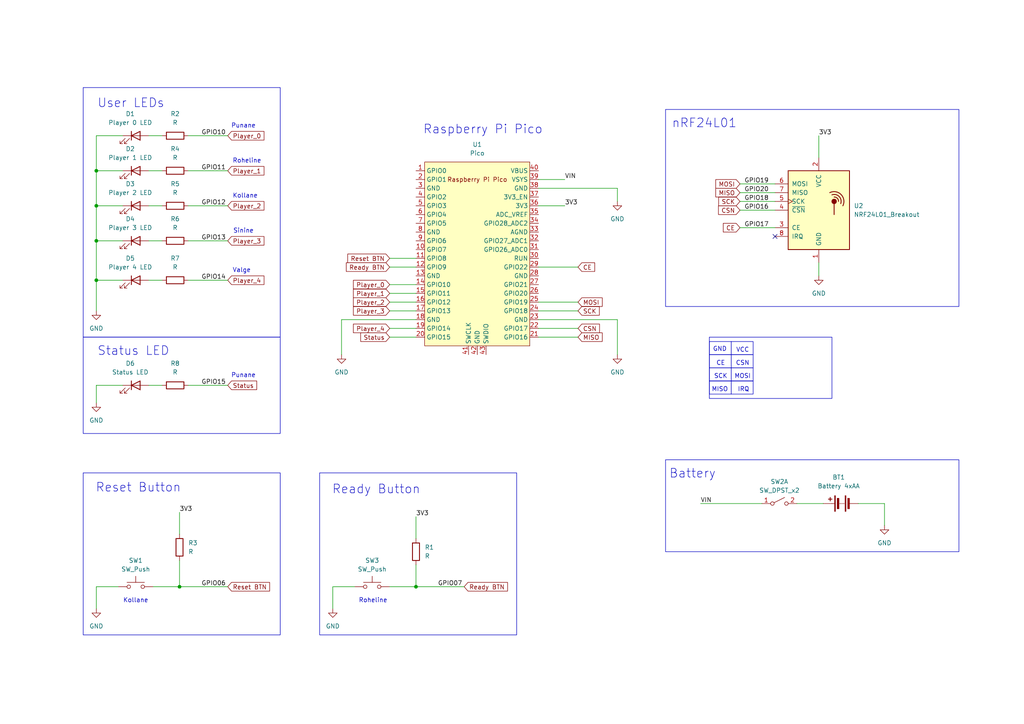
<source format=kicad_sch>
(kicad_sch
	(version 20231120)
	(generator "eeschema")
	(generator_version "8.0")
	(uuid "b20aba3d-07b7-486b-8580-c6ac2d345481")
	(paper "A4")
	(title_block
		(title "Ülemus")
		(date "2024-11-29")
		(comment 1 "Tauno Erik")
	)
	(lib_symbols
		(symbol "Device:Battery"
			(pin_numbers hide)
			(pin_names
				(offset 0) hide)
			(exclude_from_sim no)
			(in_bom yes)
			(on_board yes)
			(property "Reference" "BT"
				(at 2.54 2.54 0)
				(effects
					(font
						(size 1.27 1.27)
					)
					(justify left)
				)
			)
			(property "Value" "Battery"
				(at 2.54 0 0)
				(effects
					(font
						(size 1.27 1.27)
					)
					(justify left)
				)
			)
			(property "Footprint" ""
				(at 0 1.524 90)
				(effects
					(font
						(size 1.27 1.27)
					)
					(hide yes)
				)
			)
			(property "Datasheet" "~"
				(at 0 1.524 90)
				(effects
					(font
						(size 1.27 1.27)
					)
					(hide yes)
				)
			)
			(property "Description" "Multiple-cell battery"
				(at 0 0 0)
				(effects
					(font
						(size 1.27 1.27)
					)
					(hide yes)
				)
			)
			(property "ki_keywords" "batt voltage-source cell"
				(at 0 0 0)
				(effects
					(font
						(size 1.27 1.27)
					)
					(hide yes)
				)
			)
			(symbol "Battery_0_1"
				(rectangle
					(start -2.286 -1.27)
					(end 2.286 -1.524)
					(stroke
						(width 0)
						(type default)
					)
					(fill
						(type outline)
					)
				)
				(rectangle
					(start -2.286 1.778)
					(end 2.286 1.524)
					(stroke
						(width 0)
						(type default)
					)
					(fill
						(type outline)
					)
				)
				(rectangle
					(start -1.524 -2.032)
					(end 1.524 -2.54)
					(stroke
						(width 0)
						(type default)
					)
					(fill
						(type outline)
					)
				)
				(rectangle
					(start -1.524 1.016)
					(end 1.524 0.508)
					(stroke
						(width 0)
						(type default)
					)
					(fill
						(type outline)
					)
				)
				(polyline
					(pts
						(xy 0 -1.016) (xy 0 -0.762)
					)
					(stroke
						(width 0)
						(type default)
					)
					(fill
						(type none)
					)
				)
				(polyline
					(pts
						(xy 0 -0.508) (xy 0 -0.254)
					)
					(stroke
						(width 0)
						(type default)
					)
					(fill
						(type none)
					)
				)
				(polyline
					(pts
						(xy 0 0) (xy 0 0.254)
					)
					(stroke
						(width 0)
						(type default)
					)
					(fill
						(type none)
					)
				)
				(polyline
					(pts
						(xy 0 1.778) (xy 0 2.54)
					)
					(stroke
						(width 0)
						(type default)
					)
					(fill
						(type none)
					)
				)
				(polyline
					(pts
						(xy 0.762 3.048) (xy 1.778 3.048)
					)
					(stroke
						(width 0.254)
						(type default)
					)
					(fill
						(type none)
					)
				)
				(polyline
					(pts
						(xy 1.27 3.556) (xy 1.27 2.54)
					)
					(stroke
						(width 0.254)
						(type default)
					)
					(fill
						(type none)
					)
				)
			)
			(symbol "Battery_1_1"
				(pin passive line
					(at 0 5.08 270)
					(length 2.54)
					(name "+"
						(effects
							(font
								(size 1.27 1.27)
							)
						)
					)
					(number "1"
						(effects
							(font
								(size 1.27 1.27)
							)
						)
					)
				)
				(pin passive line
					(at 0 -5.08 90)
					(length 2.54)
					(name "-"
						(effects
							(font
								(size 1.27 1.27)
							)
						)
					)
					(number "2"
						(effects
							(font
								(size 1.27 1.27)
							)
						)
					)
				)
			)
		)
		(symbol "Device:LED"
			(pin_numbers hide)
			(pin_names
				(offset 1.016) hide)
			(exclude_from_sim no)
			(in_bom yes)
			(on_board yes)
			(property "Reference" "D"
				(at 0 2.54 0)
				(effects
					(font
						(size 1.27 1.27)
					)
				)
			)
			(property "Value" "LED"
				(at 0 -2.54 0)
				(effects
					(font
						(size 1.27 1.27)
					)
				)
			)
			(property "Footprint" ""
				(at 0 0 0)
				(effects
					(font
						(size 1.27 1.27)
					)
					(hide yes)
				)
			)
			(property "Datasheet" "~"
				(at 0 0 0)
				(effects
					(font
						(size 1.27 1.27)
					)
					(hide yes)
				)
			)
			(property "Description" "Light emitting diode"
				(at 0 0 0)
				(effects
					(font
						(size 1.27 1.27)
					)
					(hide yes)
				)
			)
			(property "ki_keywords" "LED diode"
				(at 0 0 0)
				(effects
					(font
						(size 1.27 1.27)
					)
					(hide yes)
				)
			)
			(property "ki_fp_filters" "LED* LED_SMD:* LED_THT:*"
				(at 0 0 0)
				(effects
					(font
						(size 1.27 1.27)
					)
					(hide yes)
				)
			)
			(symbol "LED_0_1"
				(polyline
					(pts
						(xy -1.27 -1.27) (xy -1.27 1.27)
					)
					(stroke
						(width 0.254)
						(type default)
					)
					(fill
						(type none)
					)
				)
				(polyline
					(pts
						(xy -1.27 0) (xy 1.27 0)
					)
					(stroke
						(width 0)
						(type default)
					)
					(fill
						(type none)
					)
				)
				(polyline
					(pts
						(xy 1.27 -1.27) (xy 1.27 1.27) (xy -1.27 0) (xy 1.27 -1.27)
					)
					(stroke
						(width 0.254)
						(type default)
					)
					(fill
						(type none)
					)
				)
				(polyline
					(pts
						(xy -3.048 -0.762) (xy -4.572 -2.286) (xy -3.81 -2.286) (xy -4.572 -2.286) (xy -4.572 -1.524)
					)
					(stroke
						(width 0)
						(type default)
					)
					(fill
						(type none)
					)
				)
				(polyline
					(pts
						(xy -1.778 -0.762) (xy -3.302 -2.286) (xy -2.54 -2.286) (xy -3.302 -2.286) (xy -3.302 -1.524)
					)
					(stroke
						(width 0)
						(type default)
					)
					(fill
						(type none)
					)
				)
			)
			(symbol "LED_1_1"
				(pin passive line
					(at -3.81 0 0)
					(length 2.54)
					(name "K"
						(effects
							(font
								(size 1.27 1.27)
							)
						)
					)
					(number "1"
						(effects
							(font
								(size 1.27 1.27)
							)
						)
					)
				)
				(pin passive line
					(at 3.81 0 180)
					(length 2.54)
					(name "A"
						(effects
							(font
								(size 1.27 1.27)
							)
						)
					)
					(number "2"
						(effects
							(font
								(size 1.27 1.27)
							)
						)
					)
				)
			)
		)
		(symbol "Device:R"
			(pin_numbers hide)
			(pin_names
				(offset 0)
			)
			(exclude_from_sim no)
			(in_bom yes)
			(on_board yes)
			(property "Reference" "R"
				(at 2.032 0 90)
				(effects
					(font
						(size 1.27 1.27)
					)
				)
			)
			(property "Value" "R"
				(at 0 0 90)
				(effects
					(font
						(size 1.27 1.27)
					)
				)
			)
			(property "Footprint" ""
				(at -1.778 0 90)
				(effects
					(font
						(size 1.27 1.27)
					)
					(hide yes)
				)
			)
			(property "Datasheet" "~"
				(at 0 0 0)
				(effects
					(font
						(size 1.27 1.27)
					)
					(hide yes)
				)
			)
			(property "Description" "Resistor"
				(at 0 0 0)
				(effects
					(font
						(size 1.27 1.27)
					)
					(hide yes)
				)
			)
			(property "ki_keywords" "R res resistor"
				(at 0 0 0)
				(effects
					(font
						(size 1.27 1.27)
					)
					(hide yes)
				)
			)
			(property "ki_fp_filters" "R_*"
				(at 0 0 0)
				(effects
					(font
						(size 1.27 1.27)
					)
					(hide yes)
				)
			)
			(symbol "R_0_1"
				(rectangle
					(start -1.016 -2.54)
					(end 1.016 2.54)
					(stroke
						(width 0.254)
						(type default)
					)
					(fill
						(type none)
					)
				)
			)
			(symbol "R_1_1"
				(pin passive line
					(at 0 3.81 270)
					(length 1.27)
					(name "~"
						(effects
							(font
								(size 1.27 1.27)
							)
						)
					)
					(number "1"
						(effects
							(font
								(size 1.27 1.27)
							)
						)
					)
				)
				(pin passive line
					(at 0 -3.81 90)
					(length 1.27)
					(name "~"
						(effects
							(font
								(size 1.27 1.27)
							)
						)
					)
					(number "2"
						(effects
							(font
								(size 1.27 1.27)
							)
						)
					)
				)
			)
		)
		(symbol "MCU_RaspberryPi_and_Boards:Pico"
			(exclude_from_sim no)
			(in_bom yes)
			(on_board yes)
			(property "Reference" "U"
				(at -13.97 27.94 0)
				(effects
					(font
						(size 1.27 1.27)
					)
				)
			)
			(property "Value" "Pico"
				(at 0 19.05 0)
				(effects
					(font
						(size 1.27 1.27)
					)
				)
			)
			(property "Footprint" "RPi_Pico:RPi_Pico_SMD_TH"
				(at 0 0 90)
				(effects
					(font
						(size 1.27 1.27)
					)
					(hide yes)
				)
			)
			(property "Datasheet" ""
				(at 0 0 0)
				(effects
					(font
						(size 1.27 1.27)
					)
					(hide yes)
				)
			)
			(property "Description" ""
				(at 0 0 0)
				(effects
					(font
						(size 1.27 1.27)
					)
					(hide yes)
				)
			)
			(symbol "Pico_0_0"
				(text "Raspberry Pi Pico"
					(at 0 21.59 0)
					(effects
						(font
							(size 1.27 1.27)
						)
					)
				)
			)
			(symbol "Pico_0_1"
				(rectangle
					(start -15.24 26.67)
					(end 15.24 -26.67)
					(stroke
						(width 0)
						(type default)
					)
					(fill
						(type background)
					)
				)
			)
			(symbol "Pico_1_1"
				(pin bidirectional line
					(at -17.78 24.13 0)
					(length 2.54)
					(name "GPIO0"
						(effects
							(font
								(size 1.27 1.27)
							)
						)
					)
					(number "1"
						(effects
							(font
								(size 1.27 1.27)
							)
						)
					)
				)
				(pin bidirectional line
					(at -17.78 1.27 0)
					(length 2.54)
					(name "GPIO7"
						(effects
							(font
								(size 1.27 1.27)
							)
						)
					)
					(number "10"
						(effects
							(font
								(size 1.27 1.27)
							)
						)
					)
				)
				(pin bidirectional line
					(at -17.78 -1.27 0)
					(length 2.54)
					(name "GPIO8"
						(effects
							(font
								(size 1.27 1.27)
							)
						)
					)
					(number "11"
						(effects
							(font
								(size 1.27 1.27)
							)
						)
					)
				)
				(pin bidirectional line
					(at -17.78 -3.81 0)
					(length 2.54)
					(name "GPIO9"
						(effects
							(font
								(size 1.27 1.27)
							)
						)
					)
					(number "12"
						(effects
							(font
								(size 1.27 1.27)
							)
						)
					)
				)
				(pin power_in line
					(at -17.78 -6.35 0)
					(length 2.54)
					(name "GND"
						(effects
							(font
								(size 1.27 1.27)
							)
						)
					)
					(number "13"
						(effects
							(font
								(size 1.27 1.27)
							)
						)
					)
				)
				(pin bidirectional line
					(at -17.78 -8.89 0)
					(length 2.54)
					(name "GPIO10"
						(effects
							(font
								(size 1.27 1.27)
							)
						)
					)
					(number "14"
						(effects
							(font
								(size 1.27 1.27)
							)
						)
					)
				)
				(pin bidirectional line
					(at -17.78 -11.43 0)
					(length 2.54)
					(name "GPIO11"
						(effects
							(font
								(size 1.27 1.27)
							)
						)
					)
					(number "15"
						(effects
							(font
								(size 1.27 1.27)
							)
						)
					)
				)
				(pin bidirectional line
					(at -17.78 -13.97 0)
					(length 2.54)
					(name "GPIO12"
						(effects
							(font
								(size 1.27 1.27)
							)
						)
					)
					(number "16"
						(effects
							(font
								(size 1.27 1.27)
							)
						)
					)
				)
				(pin bidirectional line
					(at -17.78 -16.51 0)
					(length 2.54)
					(name "GPIO13"
						(effects
							(font
								(size 1.27 1.27)
							)
						)
					)
					(number "17"
						(effects
							(font
								(size 1.27 1.27)
							)
						)
					)
				)
				(pin power_in line
					(at -17.78 -19.05 0)
					(length 2.54)
					(name "GND"
						(effects
							(font
								(size 1.27 1.27)
							)
						)
					)
					(number "18"
						(effects
							(font
								(size 1.27 1.27)
							)
						)
					)
				)
				(pin bidirectional line
					(at -17.78 -21.59 0)
					(length 2.54)
					(name "GPIO14"
						(effects
							(font
								(size 1.27 1.27)
							)
						)
					)
					(number "19"
						(effects
							(font
								(size 1.27 1.27)
							)
						)
					)
				)
				(pin bidirectional line
					(at -17.78 21.59 0)
					(length 2.54)
					(name "GPIO1"
						(effects
							(font
								(size 1.27 1.27)
							)
						)
					)
					(number "2"
						(effects
							(font
								(size 1.27 1.27)
							)
						)
					)
				)
				(pin bidirectional line
					(at -17.78 -24.13 0)
					(length 2.54)
					(name "GPIO15"
						(effects
							(font
								(size 1.27 1.27)
							)
						)
					)
					(number "20"
						(effects
							(font
								(size 1.27 1.27)
							)
						)
					)
				)
				(pin bidirectional line
					(at 17.78 -24.13 180)
					(length 2.54)
					(name "GPIO16"
						(effects
							(font
								(size 1.27 1.27)
							)
						)
					)
					(number "21"
						(effects
							(font
								(size 1.27 1.27)
							)
						)
					)
				)
				(pin bidirectional line
					(at 17.78 -21.59 180)
					(length 2.54)
					(name "GPIO17"
						(effects
							(font
								(size 1.27 1.27)
							)
						)
					)
					(number "22"
						(effects
							(font
								(size 1.27 1.27)
							)
						)
					)
				)
				(pin power_in line
					(at 17.78 -19.05 180)
					(length 2.54)
					(name "GND"
						(effects
							(font
								(size 1.27 1.27)
							)
						)
					)
					(number "23"
						(effects
							(font
								(size 1.27 1.27)
							)
						)
					)
				)
				(pin bidirectional line
					(at 17.78 -16.51 180)
					(length 2.54)
					(name "GPIO18"
						(effects
							(font
								(size 1.27 1.27)
							)
						)
					)
					(number "24"
						(effects
							(font
								(size 1.27 1.27)
							)
						)
					)
				)
				(pin bidirectional line
					(at 17.78 -13.97 180)
					(length 2.54)
					(name "GPIO19"
						(effects
							(font
								(size 1.27 1.27)
							)
						)
					)
					(number "25"
						(effects
							(font
								(size 1.27 1.27)
							)
						)
					)
				)
				(pin bidirectional line
					(at 17.78 -11.43 180)
					(length 2.54)
					(name "GPIO20"
						(effects
							(font
								(size 1.27 1.27)
							)
						)
					)
					(number "26"
						(effects
							(font
								(size 1.27 1.27)
							)
						)
					)
				)
				(pin bidirectional line
					(at 17.78 -8.89 180)
					(length 2.54)
					(name "GPIO21"
						(effects
							(font
								(size 1.27 1.27)
							)
						)
					)
					(number "27"
						(effects
							(font
								(size 1.27 1.27)
							)
						)
					)
				)
				(pin power_in line
					(at 17.78 -6.35 180)
					(length 2.54)
					(name "GND"
						(effects
							(font
								(size 1.27 1.27)
							)
						)
					)
					(number "28"
						(effects
							(font
								(size 1.27 1.27)
							)
						)
					)
				)
				(pin bidirectional line
					(at 17.78 -3.81 180)
					(length 2.54)
					(name "GPIO22"
						(effects
							(font
								(size 1.27 1.27)
							)
						)
					)
					(number "29"
						(effects
							(font
								(size 1.27 1.27)
							)
						)
					)
				)
				(pin power_in line
					(at -17.78 19.05 0)
					(length 2.54)
					(name "GND"
						(effects
							(font
								(size 1.27 1.27)
							)
						)
					)
					(number "3"
						(effects
							(font
								(size 1.27 1.27)
							)
						)
					)
				)
				(pin input line
					(at 17.78 -1.27 180)
					(length 2.54)
					(name "RUN"
						(effects
							(font
								(size 1.27 1.27)
							)
						)
					)
					(number "30"
						(effects
							(font
								(size 1.27 1.27)
							)
						)
					)
				)
				(pin bidirectional line
					(at 17.78 1.27 180)
					(length 2.54)
					(name "GPIO26_ADC0"
						(effects
							(font
								(size 1.27 1.27)
							)
						)
					)
					(number "31"
						(effects
							(font
								(size 1.27 1.27)
							)
						)
					)
				)
				(pin bidirectional line
					(at 17.78 3.81 180)
					(length 2.54)
					(name "GPIO27_ADC1"
						(effects
							(font
								(size 1.27 1.27)
							)
						)
					)
					(number "32"
						(effects
							(font
								(size 1.27 1.27)
							)
						)
					)
				)
				(pin power_in line
					(at 17.78 6.35 180)
					(length 2.54)
					(name "AGND"
						(effects
							(font
								(size 1.27 1.27)
							)
						)
					)
					(number "33"
						(effects
							(font
								(size 1.27 1.27)
							)
						)
					)
				)
				(pin bidirectional line
					(at 17.78 8.89 180)
					(length 2.54)
					(name "GPIO28_ADC2"
						(effects
							(font
								(size 1.27 1.27)
							)
						)
					)
					(number "34"
						(effects
							(font
								(size 1.27 1.27)
							)
						)
					)
				)
				(pin power_in line
					(at 17.78 11.43 180)
					(length 2.54)
					(name "ADC_VREF"
						(effects
							(font
								(size 1.27 1.27)
							)
						)
					)
					(number "35"
						(effects
							(font
								(size 1.27 1.27)
							)
						)
					)
				)
				(pin power_in line
					(at 17.78 13.97 180)
					(length 2.54)
					(name "3V3"
						(effects
							(font
								(size 1.27 1.27)
							)
						)
					)
					(number "36"
						(effects
							(font
								(size 1.27 1.27)
							)
						)
					)
				)
				(pin input line
					(at 17.78 16.51 180)
					(length 2.54)
					(name "3V3_EN"
						(effects
							(font
								(size 1.27 1.27)
							)
						)
					)
					(number "37"
						(effects
							(font
								(size 1.27 1.27)
							)
						)
					)
				)
				(pin bidirectional line
					(at 17.78 19.05 180)
					(length 2.54)
					(name "GND"
						(effects
							(font
								(size 1.27 1.27)
							)
						)
					)
					(number "38"
						(effects
							(font
								(size 1.27 1.27)
							)
						)
					)
				)
				(pin power_in line
					(at 17.78 21.59 180)
					(length 2.54)
					(name "VSYS"
						(effects
							(font
								(size 1.27 1.27)
							)
						)
					)
					(number "39"
						(effects
							(font
								(size 1.27 1.27)
							)
						)
					)
				)
				(pin bidirectional line
					(at -17.78 16.51 0)
					(length 2.54)
					(name "GPIO2"
						(effects
							(font
								(size 1.27 1.27)
							)
						)
					)
					(number "4"
						(effects
							(font
								(size 1.27 1.27)
							)
						)
					)
				)
				(pin power_in line
					(at 17.78 24.13 180)
					(length 2.54)
					(name "VBUS"
						(effects
							(font
								(size 1.27 1.27)
							)
						)
					)
					(number "40"
						(effects
							(font
								(size 1.27 1.27)
							)
						)
					)
				)
				(pin input line
					(at -2.54 -29.21 90)
					(length 2.54)
					(name "SWCLK"
						(effects
							(font
								(size 1.27 1.27)
							)
						)
					)
					(number "41"
						(effects
							(font
								(size 1.27 1.27)
							)
						)
					)
				)
				(pin power_in line
					(at 0 -29.21 90)
					(length 2.54)
					(name "GND"
						(effects
							(font
								(size 1.27 1.27)
							)
						)
					)
					(number "42"
						(effects
							(font
								(size 1.27 1.27)
							)
						)
					)
				)
				(pin bidirectional line
					(at 2.54 -29.21 90)
					(length 2.54)
					(name "SWDIO"
						(effects
							(font
								(size 1.27 1.27)
							)
						)
					)
					(number "43"
						(effects
							(font
								(size 1.27 1.27)
							)
						)
					)
				)
				(pin bidirectional line
					(at -17.78 13.97 0)
					(length 2.54)
					(name "GPIO3"
						(effects
							(font
								(size 1.27 1.27)
							)
						)
					)
					(number "5"
						(effects
							(font
								(size 1.27 1.27)
							)
						)
					)
				)
				(pin bidirectional line
					(at -17.78 11.43 0)
					(length 2.54)
					(name "GPIO4"
						(effects
							(font
								(size 1.27 1.27)
							)
						)
					)
					(number "6"
						(effects
							(font
								(size 1.27 1.27)
							)
						)
					)
				)
				(pin bidirectional line
					(at -17.78 8.89 0)
					(length 2.54)
					(name "GPIO5"
						(effects
							(font
								(size 1.27 1.27)
							)
						)
					)
					(number "7"
						(effects
							(font
								(size 1.27 1.27)
							)
						)
					)
				)
				(pin power_in line
					(at -17.78 6.35 0)
					(length 2.54)
					(name "GND"
						(effects
							(font
								(size 1.27 1.27)
							)
						)
					)
					(number "8"
						(effects
							(font
								(size 1.27 1.27)
							)
						)
					)
				)
				(pin bidirectional line
					(at -17.78 3.81 0)
					(length 2.54)
					(name "GPIO6"
						(effects
							(font
								(size 1.27 1.27)
							)
						)
					)
					(number "9"
						(effects
							(font
								(size 1.27 1.27)
							)
						)
					)
				)
			)
		)
		(symbol "RF:NRF24L01_Breakout"
			(pin_names
				(offset 1.016)
			)
			(exclude_from_sim no)
			(in_bom yes)
			(on_board yes)
			(property "Reference" "U"
				(at -8.89 12.7 0)
				(effects
					(font
						(size 1.27 1.27)
					)
					(justify left)
				)
			)
			(property "Value" "NRF24L01_Breakout"
				(at 3.81 12.7 0)
				(effects
					(font
						(size 1.27 1.27)
					)
					(justify left)
				)
			)
			(property "Footprint" "RF_Module:nRF24L01_Breakout"
				(at 3.81 15.24 0)
				(effects
					(font
						(size 1.27 1.27)
						(italic yes)
					)
					(justify left)
					(hide yes)
				)
			)
			(property "Datasheet" "http://www.nordicsemi.com/eng/content/download/2730/34105/file/nRF24L01_Product_Specification_v2_0.pdf"
				(at 0 -2.54 0)
				(effects
					(font
						(size 1.27 1.27)
					)
					(hide yes)
				)
			)
			(property "Description" "Ultra low power 2.4GHz RF Transceiver, Carrier PCB"
				(at 0 0 0)
				(effects
					(font
						(size 1.27 1.27)
					)
					(hide yes)
				)
			)
			(property "ki_keywords" "Low Power RF Transceiver breakout carrier"
				(at 0 0 0)
				(effects
					(font
						(size 1.27 1.27)
					)
					(hide yes)
				)
			)
			(property "ki_fp_filters" "nRF24L01*Breakout*"
				(at 0 0 0)
				(effects
					(font
						(size 1.27 1.27)
					)
					(hide yes)
				)
			)
			(symbol "NRF24L01_Breakout_0_1"
				(rectangle
					(start -8.89 11.43)
					(end 8.89 -11.43)
					(stroke
						(width 0.254)
						(type default)
					)
					(fill
						(type background)
					)
				)
				(polyline
					(pts
						(xy 4.445 1.905) (xy 4.445 -1.27)
					)
					(stroke
						(width 0.254)
						(type default)
					)
					(fill
						(type none)
					)
				)
				(circle
					(center 4.445 2.54)
					(radius 0.635)
					(stroke
						(width 0.254)
						(type default)
					)
					(fill
						(type outline)
					)
				)
				(arc
					(start 5.715 2.54)
					(mid 5.3521 3.4546)
					(end 4.445 3.81)
					(stroke
						(width 0.254)
						(type default)
					)
					(fill
						(type none)
					)
				)
				(arc
					(start 6.35 1.905)
					(mid 5.8763 3.9854)
					(end 3.81 4.445)
					(stroke
						(width 0.254)
						(type default)
					)
					(fill
						(type none)
					)
				)
				(arc
					(start 6.985 1.27)
					(mid 6.453 4.548)
					(end 3.175 5.08)
					(stroke
						(width 0.254)
						(type default)
					)
					(fill
						(type none)
					)
				)
			)
			(symbol "NRF24L01_Breakout_1_1"
				(pin power_in line
					(at 0 -15.24 90)
					(length 3.81)
					(name "GND"
						(effects
							(font
								(size 1.27 1.27)
							)
						)
					)
					(number "1"
						(effects
							(font
								(size 1.27 1.27)
							)
						)
					)
				)
				(pin power_in line
					(at 0 15.24 270)
					(length 3.81)
					(name "VCC"
						(effects
							(font
								(size 1.27 1.27)
							)
						)
					)
					(number "2"
						(effects
							(font
								(size 1.27 1.27)
							)
						)
					)
				)
				(pin input line
					(at -12.7 -5.08 0)
					(length 3.81)
					(name "CE"
						(effects
							(font
								(size 1.27 1.27)
							)
						)
					)
					(number "3"
						(effects
							(font
								(size 1.27 1.27)
							)
						)
					)
				)
				(pin input line
					(at -12.7 0 0)
					(length 3.81)
					(name "~{CSN}"
						(effects
							(font
								(size 1.27 1.27)
							)
						)
					)
					(number "4"
						(effects
							(font
								(size 1.27 1.27)
							)
						)
					)
				)
				(pin input clock
					(at -12.7 2.54 0)
					(length 3.81)
					(name "SCK"
						(effects
							(font
								(size 1.27 1.27)
							)
						)
					)
					(number "5"
						(effects
							(font
								(size 1.27 1.27)
							)
						)
					)
				)
				(pin input line
					(at -12.7 7.62 0)
					(length 3.81)
					(name "MOSI"
						(effects
							(font
								(size 1.27 1.27)
							)
						)
					)
					(number "6"
						(effects
							(font
								(size 1.27 1.27)
							)
						)
					)
				)
				(pin output line
					(at -12.7 5.08 0)
					(length 3.81)
					(name "MISO"
						(effects
							(font
								(size 1.27 1.27)
							)
						)
					)
					(number "7"
						(effects
							(font
								(size 1.27 1.27)
							)
						)
					)
				)
				(pin output line
					(at -12.7 -7.62 0)
					(length 3.81)
					(name "IRQ"
						(effects
							(font
								(size 1.27 1.27)
							)
						)
					)
					(number "8"
						(effects
							(font
								(size 1.27 1.27)
							)
						)
					)
				)
			)
		)
		(symbol "Switch:SW_DPST_x2"
			(pin_names
				(offset 0) hide)
			(exclude_from_sim no)
			(in_bom yes)
			(on_board yes)
			(property "Reference" "SW"
				(at 0 3.175 0)
				(effects
					(font
						(size 1.27 1.27)
					)
				)
			)
			(property "Value" "SW_DPST_x2"
				(at 0 -2.54 0)
				(effects
					(font
						(size 1.27 1.27)
					)
				)
			)
			(property "Footprint" ""
				(at 0 0 0)
				(effects
					(font
						(size 1.27 1.27)
					)
					(hide yes)
				)
			)
			(property "Datasheet" "~"
				(at 0 0 0)
				(effects
					(font
						(size 1.27 1.27)
					)
					(hide yes)
				)
			)
			(property "Description" "Single Pole Single Throw (SPST) switch, separate symbol"
				(at 0 0 0)
				(effects
					(font
						(size 1.27 1.27)
					)
					(hide yes)
				)
			)
			(property "ki_keywords" "switch lever"
				(at 0 0 0)
				(effects
					(font
						(size 1.27 1.27)
					)
					(hide yes)
				)
			)
			(symbol "SW_DPST_x2_0_0"
				(circle
					(center -2.032 0)
					(radius 0.508)
					(stroke
						(width 0)
						(type default)
					)
					(fill
						(type none)
					)
				)
				(polyline
					(pts
						(xy -1.524 0.254) (xy 1.524 1.778)
					)
					(stroke
						(width 0)
						(type default)
					)
					(fill
						(type none)
					)
				)
				(circle
					(center 2.032 0)
					(radius 0.508)
					(stroke
						(width 0)
						(type default)
					)
					(fill
						(type none)
					)
				)
			)
			(symbol "SW_DPST_x2_1_1"
				(pin passive line
					(at -5.08 0 0)
					(length 2.54)
					(name "A"
						(effects
							(font
								(size 1.27 1.27)
							)
						)
					)
					(number "1"
						(effects
							(font
								(size 1.27 1.27)
							)
						)
					)
				)
				(pin passive line
					(at 5.08 0 180)
					(length 2.54)
					(name "B"
						(effects
							(font
								(size 1.27 1.27)
							)
						)
					)
					(number "2"
						(effects
							(font
								(size 1.27 1.27)
							)
						)
					)
				)
			)
			(symbol "SW_DPST_x2_2_1"
				(pin passive line
					(at -5.08 0 0)
					(length 2.54)
					(name "A"
						(effects
							(font
								(size 1.27 1.27)
							)
						)
					)
					(number "3"
						(effects
							(font
								(size 1.27 1.27)
							)
						)
					)
				)
				(pin passive line
					(at 5.08 0 180)
					(length 2.54)
					(name "B"
						(effects
							(font
								(size 1.27 1.27)
							)
						)
					)
					(number "4"
						(effects
							(font
								(size 1.27 1.27)
							)
						)
					)
				)
			)
		)
		(symbol "Switch:SW_Push"
			(pin_numbers hide)
			(pin_names
				(offset 1.016) hide)
			(exclude_from_sim no)
			(in_bom yes)
			(on_board yes)
			(property "Reference" "SW"
				(at 1.27 2.54 0)
				(effects
					(font
						(size 1.27 1.27)
					)
					(justify left)
				)
			)
			(property "Value" "SW_Push"
				(at 0 -1.524 0)
				(effects
					(font
						(size 1.27 1.27)
					)
				)
			)
			(property "Footprint" ""
				(at 0 5.08 0)
				(effects
					(font
						(size 1.27 1.27)
					)
					(hide yes)
				)
			)
			(property "Datasheet" "~"
				(at 0 5.08 0)
				(effects
					(font
						(size 1.27 1.27)
					)
					(hide yes)
				)
			)
			(property "Description" "Push button switch, generic, two pins"
				(at 0 0 0)
				(effects
					(font
						(size 1.27 1.27)
					)
					(hide yes)
				)
			)
			(property "ki_keywords" "switch normally-open pushbutton push-button"
				(at 0 0 0)
				(effects
					(font
						(size 1.27 1.27)
					)
					(hide yes)
				)
			)
			(symbol "SW_Push_0_1"
				(circle
					(center -2.032 0)
					(radius 0.508)
					(stroke
						(width 0)
						(type default)
					)
					(fill
						(type none)
					)
				)
				(polyline
					(pts
						(xy 0 1.27) (xy 0 3.048)
					)
					(stroke
						(width 0)
						(type default)
					)
					(fill
						(type none)
					)
				)
				(polyline
					(pts
						(xy 2.54 1.27) (xy -2.54 1.27)
					)
					(stroke
						(width 0)
						(type default)
					)
					(fill
						(type none)
					)
				)
				(circle
					(center 2.032 0)
					(radius 0.508)
					(stroke
						(width 0)
						(type default)
					)
					(fill
						(type none)
					)
				)
				(pin passive line
					(at -5.08 0 0)
					(length 2.54)
					(name "1"
						(effects
							(font
								(size 1.27 1.27)
							)
						)
					)
					(number "1"
						(effects
							(font
								(size 1.27 1.27)
							)
						)
					)
				)
				(pin passive line
					(at 5.08 0 180)
					(length 2.54)
					(name "2"
						(effects
							(font
								(size 1.27 1.27)
							)
						)
					)
					(number "2"
						(effects
							(font
								(size 1.27 1.27)
							)
						)
					)
				)
			)
		)
		(symbol "power:GND"
			(power)
			(pin_names
				(offset 0)
			)
			(exclude_from_sim no)
			(in_bom yes)
			(on_board yes)
			(property "Reference" "#PWR"
				(at 0 -6.35 0)
				(effects
					(font
						(size 1.27 1.27)
					)
					(hide yes)
				)
			)
			(property "Value" "GND"
				(at 0 -3.81 0)
				(effects
					(font
						(size 1.27 1.27)
					)
				)
			)
			(property "Footprint" ""
				(at 0 0 0)
				(effects
					(font
						(size 1.27 1.27)
					)
					(hide yes)
				)
			)
			(property "Datasheet" ""
				(at 0 0 0)
				(effects
					(font
						(size 1.27 1.27)
					)
					(hide yes)
				)
			)
			(property "Description" "Power symbol creates a global label with name \"GND\" , ground"
				(at 0 0 0)
				(effects
					(font
						(size 1.27 1.27)
					)
					(hide yes)
				)
			)
			(property "ki_keywords" "global power"
				(at 0 0 0)
				(effects
					(font
						(size 1.27 1.27)
					)
					(hide yes)
				)
			)
			(symbol "GND_0_1"
				(polyline
					(pts
						(xy 0 0) (xy 0 -1.27) (xy 1.27 -1.27) (xy 0 -2.54) (xy -1.27 -1.27) (xy 0 -1.27)
					)
					(stroke
						(width 0)
						(type default)
					)
					(fill
						(type none)
					)
				)
			)
			(symbol "GND_1_1"
				(pin power_in line
					(at 0 0 270)
					(length 0) hide
					(name "GND"
						(effects
							(font
								(size 1.27 1.27)
							)
						)
					)
					(number "1"
						(effects
							(font
								(size 1.27 1.27)
							)
						)
					)
				)
			)
		)
	)
	(junction
		(at 27.94 81.28)
		(diameter 0)
		(color 0 0 0 0)
		(uuid "4d61dd56-b51c-41ac-9e52-96118448ee61")
	)
	(junction
		(at 27.94 49.53)
		(diameter 0)
		(color 0 0 0 0)
		(uuid "606a322e-897c-40ef-9e38-5b49006e1b26")
	)
	(junction
		(at 120.65 170.18)
		(diameter 0)
		(color 0 0 0 0)
		(uuid "67bf699b-6fa0-4b72-8503-43d33400348f")
	)
	(junction
		(at 27.94 59.69)
		(diameter 0)
		(color 0 0 0 0)
		(uuid "6d6c7001-67d2-4b8b-8cac-3af306d3e662")
	)
	(junction
		(at 52.07 170.18)
		(diameter 0)
		(color 0 0 0 0)
		(uuid "870b8da1-d9c0-45ed-86d1-d076ff4b4972")
	)
	(junction
		(at 27.94 69.85)
		(diameter 0)
		(color 0 0 0 0)
		(uuid "8df085f7-9199-49a7-b82b-f9d1178ad1dc")
	)
	(no_connect
		(at 224.79 68.58)
		(uuid "65ac129d-9c9e-4e9a-bb95-1f88501fd593")
	)
	(wire
		(pts
			(xy 156.21 52.07) (xy 163.83 52.07)
		)
		(stroke
			(width 0)
			(type default)
		)
		(uuid "02c644e4-ac66-4512-b911-7cdd7055df2e")
	)
	(wire
		(pts
			(xy 156.21 87.63) (xy 167.64 87.63)
		)
		(stroke
			(width 0)
			(type default)
		)
		(uuid "02dd90ba-89e0-4f0b-bc4c-65f90cc8d49f")
	)
	(wire
		(pts
			(xy 35.56 111.76) (xy 27.94 111.76)
		)
		(stroke
			(width 0)
			(type default)
		)
		(uuid "09217d94-10b6-4d77-9309-8ad30b6e30bd")
	)
	(wire
		(pts
			(xy 54.61 69.85) (xy 66.04 69.85)
		)
		(stroke
			(width 0)
			(type default)
		)
		(uuid "09f77b21-da23-4532-8408-012c38d10f29")
	)
	(wire
		(pts
			(xy 113.03 77.47) (xy 120.65 77.47)
		)
		(stroke
			(width 0)
			(type default)
		)
		(uuid "0b35eb62-4335-4dd6-bf8a-3ca146f9af6a")
	)
	(wire
		(pts
			(xy 54.61 111.76) (xy 66.04 111.76)
		)
		(stroke
			(width 0)
			(type default)
		)
		(uuid "0f472ee0-9f8f-47d8-b7a5-a80a847f86f8")
	)
	(wire
		(pts
			(xy 35.56 39.37) (xy 27.94 39.37)
		)
		(stroke
			(width 0)
			(type default)
		)
		(uuid "1187a181-73c2-4e36-8703-955ab98125dd")
	)
	(wire
		(pts
			(xy 113.03 170.18) (xy 120.65 170.18)
		)
		(stroke
			(width 0)
			(type default)
		)
		(uuid "12b4f9f8-95f4-40b0-be7a-297caa97ad28")
	)
	(wire
		(pts
			(xy 54.61 39.37) (xy 66.04 39.37)
		)
		(stroke
			(width 0)
			(type default)
		)
		(uuid "14d6eb10-8a5c-46fa-8540-5bb35f83d56c")
	)
	(wire
		(pts
			(xy 43.18 49.53) (xy 46.99 49.53)
		)
		(stroke
			(width 0)
			(type default)
		)
		(uuid "1f62ed31-9e1a-4c17-9cdf-6fd06019a6ad")
	)
	(wire
		(pts
			(xy 43.18 59.69) (xy 46.99 59.69)
		)
		(stroke
			(width 0)
			(type default)
		)
		(uuid "2011e87f-4fec-494a-8e3e-50562a10a6f5")
	)
	(wire
		(pts
			(xy 44.45 170.18) (xy 52.07 170.18)
		)
		(stroke
			(width 0)
			(type default)
		)
		(uuid "25d282e3-d272-4265-a4dd-32867041a850")
	)
	(wire
		(pts
			(xy 120.65 92.71) (xy 99.06 92.71)
		)
		(stroke
			(width 0)
			(type default)
		)
		(uuid "29dcb303-a198-447a-92d2-aebcdb6c6b3a")
	)
	(wire
		(pts
			(xy 113.03 74.93) (xy 120.65 74.93)
		)
		(stroke
			(width 0)
			(type default)
		)
		(uuid "2be785ee-d9a3-47a0-878c-eb7c36a16984")
	)
	(wire
		(pts
			(xy 34.29 170.18) (xy 27.94 170.18)
		)
		(stroke
			(width 0)
			(type default)
		)
		(uuid "2d24c459-5bc3-409d-8ccc-a331ad5abfdf")
	)
	(wire
		(pts
			(xy 120.65 170.18) (xy 134.62 170.18)
		)
		(stroke
			(width 0)
			(type default)
		)
		(uuid "3afa6960-8c81-4853-9c47-b6b493738352")
	)
	(wire
		(pts
			(xy 43.18 39.37) (xy 46.99 39.37)
		)
		(stroke
			(width 0)
			(type default)
		)
		(uuid "3d0800eb-c880-4e0b-b36d-5c8ae74bd127")
	)
	(wire
		(pts
			(xy 54.61 81.28) (xy 66.04 81.28)
		)
		(stroke
			(width 0)
			(type default)
		)
		(uuid "3db0a8a1-64cb-4d81-a5c2-8308545adffd")
	)
	(wire
		(pts
			(xy 203.2 146.05) (xy 220.98 146.05)
		)
		(stroke
			(width 0)
			(type default)
		)
		(uuid "3f0a02e0-20bb-4852-9095-276958aa5694")
	)
	(wire
		(pts
			(xy 27.94 170.18) (xy 27.94 176.53)
		)
		(stroke
			(width 0)
			(type default)
		)
		(uuid "4c842a31-e025-4b0f-8cb8-877d715268e0")
	)
	(wire
		(pts
			(xy 102.87 170.18) (xy 96.52 170.18)
		)
		(stroke
			(width 0)
			(type default)
		)
		(uuid "4d7ee79e-59b8-4956-be12-ff7bc53eaac9")
	)
	(wire
		(pts
			(xy 27.94 111.76) (xy 27.94 116.84)
		)
		(stroke
			(width 0)
			(type default)
		)
		(uuid "51269835-f8a2-464a-a40a-dca68a751000")
	)
	(wire
		(pts
			(xy 35.56 69.85) (xy 27.94 69.85)
		)
		(stroke
			(width 0)
			(type default)
		)
		(uuid "5461bdcf-83ce-47b6-aa62-c29caa7f953a")
	)
	(wire
		(pts
			(xy 156.21 54.61) (xy 179.07 54.61)
		)
		(stroke
			(width 0)
			(type default)
		)
		(uuid "57caf54a-f38f-4b21-a1f7-71d6de15b0d8")
	)
	(wire
		(pts
			(xy 120.65 149.86) (xy 120.65 156.21)
		)
		(stroke
			(width 0)
			(type default)
		)
		(uuid "583a5a16-8a31-4656-bff2-2ec09bcccf0d")
	)
	(wire
		(pts
			(xy 99.06 92.71) (xy 99.06 102.87)
		)
		(stroke
			(width 0)
			(type default)
		)
		(uuid "5f79e01d-fdbf-4019-833c-70a9b86316c7")
	)
	(wire
		(pts
			(xy 43.18 69.85) (xy 46.99 69.85)
		)
		(stroke
			(width 0)
			(type default)
		)
		(uuid "6656479c-c3a8-4901-945e-73143cf4d65e")
	)
	(wire
		(pts
			(xy 156.21 90.17) (xy 167.64 90.17)
		)
		(stroke
			(width 0)
			(type default)
		)
		(uuid "726bfc2f-c7e3-4016-b640-7c78663cc9ba")
	)
	(wire
		(pts
			(xy 179.07 54.61) (xy 179.07 58.42)
		)
		(stroke
			(width 0)
			(type default)
		)
		(uuid "74fe849e-2524-4cbf-bc88-9075c394f681")
	)
	(wire
		(pts
			(xy 35.56 49.53) (xy 27.94 49.53)
		)
		(stroke
			(width 0)
			(type default)
		)
		(uuid "77893bdc-c141-4b3b-8c70-abee6ceb0e0d")
	)
	(wire
		(pts
			(xy 179.07 92.71) (xy 179.07 102.87)
		)
		(stroke
			(width 0)
			(type default)
		)
		(uuid "778f0a9d-5324-44cc-8d4d-74825f5b0be3")
	)
	(wire
		(pts
			(xy 27.94 49.53) (xy 27.94 59.69)
		)
		(stroke
			(width 0)
			(type default)
		)
		(uuid "7aa6bc23-bff8-42bb-b057-0071bb3372c8")
	)
	(wire
		(pts
			(xy 113.03 90.17) (xy 120.65 90.17)
		)
		(stroke
			(width 0)
			(type default)
		)
		(uuid "7bbed8a9-d052-4853-9e32-1ff36c03bbd8")
	)
	(wire
		(pts
			(xy 156.21 95.25) (xy 167.64 95.25)
		)
		(stroke
			(width 0)
			(type default)
		)
		(uuid "7e05dfb8-57a1-40c7-abb7-5f9efeb22f04")
	)
	(wire
		(pts
			(xy 156.21 59.69) (xy 163.83 59.69)
		)
		(stroke
			(width 0)
			(type default)
		)
		(uuid "818f8303-36c7-4530-a36a-0bd1402aa09d")
	)
	(wire
		(pts
			(xy 113.03 87.63) (xy 120.65 87.63)
		)
		(stroke
			(width 0)
			(type default)
		)
		(uuid "841c3a8a-29d6-4ad6-bce8-2e621544f480")
	)
	(wire
		(pts
			(xy 120.65 163.83) (xy 120.65 170.18)
		)
		(stroke
			(width 0)
			(type default)
		)
		(uuid "8a2033dd-d80e-488e-8fdd-e3f5e0006a27")
	)
	(wire
		(pts
			(xy 54.61 49.53) (xy 66.04 49.53)
		)
		(stroke
			(width 0)
			(type default)
		)
		(uuid "8c0165b3-0c81-4e6d-8180-5ba420b94a64")
	)
	(wire
		(pts
			(xy 156.21 97.79) (xy 167.64 97.79)
		)
		(stroke
			(width 0)
			(type default)
		)
		(uuid "8dab8ed4-8b59-4ac3-ab3c-0d4bdcf9a431")
	)
	(wire
		(pts
			(xy 113.03 97.79) (xy 120.65 97.79)
		)
		(stroke
			(width 0)
			(type default)
		)
		(uuid "90cc355d-01af-4ba3-a7ea-414dc9a753d2")
	)
	(wire
		(pts
			(xy 248.92 146.05) (xy 256.54 146.05)
		)
		(stroke
			(width 0)
			(type default)
		)
		(uuid "95ccdebd-c34f-405f-9170-ad0db4fe3a86")
	)
	(wire
		(pts
			(xy 52.07 170.18) (xy 66.04 170.18)
		)
		(stroke
			(width 0)
			(type default)
		)
		(uuid "9793555b-2565-43d3-a876-023e96dcf133")
	)
	(wire
		(pts
			(xy 214.63 66.04) (xy 224.79 66.04)
		)
		(stroke
			(width 0)
			(type default)
		)
		(uuid "980aff43-2ec0-479a-89bf-5c0715f7f5f1")
	)
	(wire
		(pts
			(xy 256.54 146.05) (xy 256.54 152.4)
		)
		(stroke
			(width 0)
			(type default)
		)
		(uuid "9a72757e-0226-4068-ba53-04598dcd3c22")
	)
	(wire
		(pts
			(xy 52.07 148.59) (xy 52.07 154.94)
		)
		(stroke
			(width 0)
			(type default)
		)
		(uuid "a1207efa-1f0a-4845-b8f1-895742dd9e68")
	)
	(wire
		(pts
			(xy 43.18 81.28) (xy 46.99 81.28)
		)
		(stroke
			(width 0)
			(type default)
		)
		(uuid "a47cee10-a9f2-4a75-80f8-8365b7e4f4d2")
	)
	(wire
		(pts
			(xy 156.21 77.47) (xy 167.64 77.47)
		)
		(stroke
			(width 0)
			(type default)
		)
		(uuid "a7b4a394-3925-4107-9d36-a2186c4671cd")
	)
	(wire
		(pts
			(xy 113.03 95.25) (xy 120.65 95.25)
		)
		(stroke
			(width 0)
			(type default)
		)
		(uuid "aa214919-98fe-4499-bf23-f8482225c5b5")
	)
	(wire
		(pts
			(xy 214.63 53.34) (xy 224.79 53.34)
		)
		(stroke
			(width 0)
			(type default)
		)
		(uuid "b31cc9c6-1b96-404b-9c08-ed78d9b14840")
	)
	(wire
		(pts
			(xy 35.56 59.69) (xy 27.94 59.69)
		)
		(stroke
			(width 0)
			(type default)
		)
		(uuid "b6717b57-c28a-4627-b61b-57a227bf2f36")
	)
	(wire
		(pts
			(xy 54.61 59.69) (xy 66.04 59.69)
		)
		(stroke
			(width 0)
			(type default)
		)
		(uuid "b73c882b-5598-4173-b849-f58214f6a2a8")
	)
	(wire
		(pts
			(xy 237.49 76.2) (xy 237.49 80.01)
		)
		(stroke
			(width 0)
			(type default)
		)
		(uuid "b7724c69-0feb-447a-b8d2-26a1e08857ab")
	)
	(wire
		(pts
			(xy 214.63 55.88) (xy 224.79 55.88)
		)
		(stroke
			(width 0)
			(type default)
		)
		(uuid "b7bfecd2-6b4a-4dfb-bf88-a6470bc7b2bd")
	)
	(wire
		(pts
			(xy 43.18 111.76) (xy 46.99 111.76)
		)
		(stroke
			(width 0)
			(type default)
		)
		(uuid "bb177b9f-2219-4eb9-b0f1-8b8697c091be")
	)
	(wire
		(pts
			(xy 231.14 146.05) (xy 238.76 146.05)
		)
		(stroke
			(width 0)
			(type default)
		)
		(uuid "bc441251-4bf9-47cd-9996-32b2baf70931")
	)
	(wire
		(pts
			(xy 113.03 82.55) (xy 120.65 82.55)
		)
		(stroke
			(width 0)
			(type default)
		)
		(uuid "c1fa861f-631a-4b89-a5cd-907000cc7d17")
	)
	(wire
		(pts
			(xy 35.56 81.28) (xy 27.94 81.28)
		)
		(stroke
			(width 0)
			(type default)
		)
		(uuid "c6c484e0-472c-43c6-af57-175cc82ea45a")
	)
	(wire
		(pts
			(xy 52.07 162.56) (xy 52.07 170.18)
		)
		(stroke
			(width 0)
			(type default)
		)
		(uuid "c9289020-c90f-4977-9373-dac5f22166be")
	)
	(wire
		(pts
			(xy 237.49 39.37) (xy 237.49 45.72)
		)
		(stroke
			(width 0)
			(type default)
		)
		(uuid "c98811eb-a201-489e-a6e8-d028c760b23c")
	)
	(wire
		(pts
			(xy 156.21 92.71) (xy 179.07 92.71)
		)
		(stroke
			(width 0)
			(type default)
		)
		(uuid "cd847c95-1afe-48c7-a185-1279f1b1727c")
	)
	(wire
		(pts
			(xy 27.94 81.28) (xy 27.94 90.17)
		)
		(stroke
			(width 0)
			(type default)
		)
		(uuid "ce9092ce-8be2-449d-bcfc-72ee490e9429")
	)
	(wire
		(pts
			(xy 214.63 60.96) (xy 224.79 60.96)
		)
		(stroke
			(width 0)
			(type default)
		)
		(uuid "d8e0a535-7262-4257-82d2-36ebdab80e86")
	)
	(wire
		(pts
			(xy 214.63 58.42) (xy 224.79 58.42)
		)
		(stroke
			(width 0)
			(type default)
		)
		(uuid "d91add4e-c66c-4ec0-b91a-aba54762e71c")
	)
	(wire
		(pts
			(xy 27.94 59.69) (xy 27.94 69.85)
		)
		(stroke
			(width 0)
			(type default)
		)
		(uuid "e92d51a2-4235-41cc-a974-c4e743d257a6")
	)
	(wire
		(pts
			(xy 113.03 85.09) (xy 120.65 85.09)
		)
		(stroke
			(width 0)
			(type default)
		)
		(uuid "eaf499e6-3b0f-46f2-88f8-e76cff558f2e")
	)
	(wire
		(pts
			(xy 96.52 170.18) (xy 96.52 176.53)
		)
		(stroke
			(width 0)
			(type default)
		)
		(uuid "efacddd6-e0ab-4115-ad38-4092e8bc136c")
	)
	(wire
		(pts
			(xy 27.94 39.37) (xy 27.94 49.53)
		)
		(stroke
			(width 0)
			(type default)
		)
		(uuid "f8c4b0c2-4eee-480a-9b01-e54d2719c893")
	)
	(wire
		(pts
			(xy 27.94 69.85) (xy 27.94 81.28)
		)
		(stroke
			(width 0)
			(type default)
		)
		(uuid "fd26bbd1-edf9-4f9b-9185-c40a0304567a")
	)
	(rectangle
		(start 205.74 99.06)
		(end 212.09 102.87)
		(stroke
			(width 0)
			(type default)
		)
		(fill
			(type none)
		)
		(uuid 0424df7c-f3d9-4205-8b5c-59602ad93415)
	)
	(rectangle
		(start 24.13 25.4)
		(end 81.28 97.79)
		(stroke
			(width 0)
			(type default)
		)
		(fill
			(type none)
		)
		(uuid 0663ea45-4a59-4f43-8522-f422cdbf6e82)
	)
	(rectangle
		(start 205.74 106.68)
		(end 212.09 110.49)
		(stroke
			(width 0)
			(type default)
		)
		(fill
			(type none)
		)
		(uuid 1465c454-7241-4497-8bd5-0bcad49ef45f)
	)
	(rectangle
		(start 212.09 106.68)
		(end 218.44 110.49)
		(stroke
			(width 0)
			(type default)
		)
		(fill
			(type none)
		)
		(uuid 4276162b-fa62-4ca1-928e-4bd0ea5df267)
	)
	(rectangle
		(start 24.13 97.79)
		(end 81.28 125.73)
		(stroke
			(width 0)
			(type default)
		)
		(fill
			(type none)
		)
		(uuid 5cc76a79-5e75-43e8-9952-067a027c0e3f)
	)
	(rectangle
		(start 205.74 97.79)
		(end 241.3 115.57)
		(stroke
			(width 0)
			(type default)
		)
		(fill
			(type none)
		)
		(uuid 673c9ea8-c61e-4e99-a36b-59a326f6e5e6)
	)
	(rectangle
		(start 205.74 102.87)
		(end 212.09 106.68)
		(stroke
			(width 0)
			(type default)
		)
		(fill
			(type none)
		)
		(uuid a9c6e97e-b697-400f-b507-f714d5e2ab87)
	)
	(rectangle
		(start 92.71 137.16)
		(end 149.86 184.15)
		(stroke
			(width 0)
			(type default)
		)
		(fill
			(type none)
		)
		(uuid be1d7d7b-d8f6-460f-bfad-54676af1e9ae)
	)
	(rectangle
		(start 212.09 102.87)
		(end 218.44 106.68)
		(stroke
			(width 0)
			(type default)
		)
		(fill
			(type none)
		)
		(uuid bff93cdc-8258-4ab1-b299-32175faeb468)
	)
	(rectangle
		(start 193.04 31.75)
		(end 278.13 88.9)
		(stroke
			(width 0)
			(type default)
		)
		(fill
			(type none)
		)
		(uuid ccabe0da-57d8-4a7f-88ac-33863c539f48)
	)
	(rectangle
		(start 193.04 133.35)
		(end 278.13 160.02)
		(stroke
			(width 0)
			(type default)
		)
		(fill
			(type none)
		)
		(uuid da6bb2a4-37be-49b0-94b4-acf7593cf949)
	)
	(rectangle
		(start 212.09 110.49)
		(end 218.44 114.3)
		(stroke
			(width 0)
			(type default)
		)
		(fill
			(type none)
		)
		(uuid de009f28-65dd-4dd8-bc64-0e50a0f8f635)
	)
	(rectangle
		(start 205.74 110.49)
		(end 212.09 114.3)
		(stroke
			(width 0)
			(type default)
		)
		(fill
			(type none)
		)
		(uuid e84d19ff-9409-4537-adfa-c7d65b298b5b)
	)
	(rectangle
		(start 212.09 99.06)
		(end 218.44 102.87)
		(stroke
			(width 0)
			(type default)
		)
		(fill
			(type none)
		)
		(uuid ed753a97-09f3-4a7b-b6cd-2402272fd5d0)
	)
	(rectangle
		(start 24.13 137.16)
		(end 81.28 184.15)
		(stroke
			(width 0)
			(type default)
		)
		(fill
			(type none)
		)
		(uuid fd9ec6a4-9122-4d71-9aa4-7b30891e9a67)
	)
	(text "Roheline"
		(exclude_from_sim no)
		(at 71.628 46.736 0)
		(effects
			(font
				(size 1.27 1.27)
			)
		)
		(uuid "058febca-0071-4508-be02-90114e3f8f73")
	)
	(text "Punane"
		(exclude_from_sim no)
		(at 70.612 108.966 0)
		(effects
			(font
				(size 1.27 1.27)
			)
		)
		(uuid "10ab43dd-2de3-461d-af3b-6ee7a70b526d")
	)
	(text "nRF24L01"
		(exclude_from_sim no)
		(at 194.818 37.338 0)
		(effects
			(font
				(size 2.54 2.54)
			)
			(justify left bottom)
		)
		(uuid "265efffc-6b60-44e8-875c-6ed4530cd072")
	)
	(text "Ready Button"
		(exclude_from_sim no)
		(at 96.266 143.51 0)
		(effects
			(font
				(size 2.54 2.54)
			)
			(justify left bottom)
		)
		(uuid "2ef7a195-86fe-4b4e-bff5-66fd1afa7c08")
	)
	(text "Reset Button"
		(exclude_from_sim no)
		(at 27.686 143.002 0)
		(effects
			(font
				(size 2.54 2.54)
			)
			(justify left bottom)
		)
		(uuid "3482967c-4d2c-4741-b402-2f3a3b235b08")
	)
	(text "Punane"
		(exclude_from_sim no)
		(at 70.612 36.576 0)
		(effects
			(font
				(size 1.27 1.27)
			)
		)
		(uuid "3af3f335-761d-4ebf-a168-358b7d570afe")
	)
	(text "GND"
		(exclude_from_sim no)
		(at 208.788 101.346 0)
		(effects
			(font
				(size 1.27 1.27)
			)
		)
		(uuid "3f7b0762-20b7-42e0-8566-76fc120900eb")
	)
	(text "MOSI"
		(exclude_from_sim no)
		(at 215.392 109.22 0)
		(effects
			(font
				(size 1.27 1.27)
			)
		)
		(uuid "4f06aace-8e4e-4f8b-93de-4b00018e38ad")
	)
	(text "Valge"
		(exclude_from_sim no)
		(at 70.104 78.486 0)
		(effects
			(font
				(size 1.27 1.27)
			)
		)
		(uuid "5e58f8b5-5875-47d7-9d16-9c9811316acd")
	)
	(text "MISO"
		(exclude_from_sim no)
		(at 208.788 113.03 0)
		(effects
			(font
				(size 1.27 1.27)
			)
		)
		(uuid "5ec8af70-d778-476c-8f0f-c446699d06f8")
	)
	(text "CE"
		(exclude_from_sim no)
		(at 209.042 105.41 0)
		(effects
			(font
				(size 1.27 1.27)
			)
		)
		(uuid "75e8c175-1c64-4047-ada5-a8d5524cbe56")
	)
	(text "IRQ"
		(exclude_from_sim no)
		(at 215.646 113.03 0)
		(effects
			(font
				(size 1.27 1.27)
			)
		)
		(uuid "7eb66424-4bc1-4e9d-8cc7-d9a31130df7d")
	)
	(text "Sinine"
		(exclude_from_sim no)
		(at 70.612 67.056 0)
		(effects
			(font
				(size 1.27 1.27)
			)
		)
		(uuid "7fbc5e7c-c8f1-4238-a6ec-84cc2902f9f3")
	)
	(text "VCC"
		(exclude_from_sim no)
		(at 215.392 101.6 0)
		(effects
			(font
				(size 1.27 1.27)
			)
		)
		(uuid "852eb63d-8ea0-49ff-9ca6-99db54f9fa20")
	)
	(text "User LEDs"
		(exclude_from_sim no)
		(at 28.194 31.496 0)
		(effects
			(font
				(size 2.54 2.54)
			)
			(justify left bottom)
		)
		(uuid "8f4409b6-3ea3-46de-9105-e2744e7cc246")
	)
	(text "SCK"
		(exclude_from_sim no)
		(at 209.042 109.22 0)
		(effects
			(font
				(size 1.27 1.27)
			)
		)
		(uuid "a4233520-0d8e-4b9b-8dc4-b5286a97c0da")
	)
	(text "Roheline"
		(exclude_from_sim no)
		(at 108.204 174.244 0)
		(effects
			(font
				(size 1.27 1.27)
			)
		)
		(uuid "a728c8db-f8e6-482e-8a74-00c4c9e45b41")
	)
	(text "CSN"
		(exclude_from_sim no)
		(at 215.392 105.41 0)
		(effects
			(font
				(size 1.27 1.27)
			)
		)
		(uuid "c4c9693d-78ce-468f-8002-cc021772745c")
	)
	(text "Kollane"
		(exclude_from_sim no)
		(at 39.37 174.244 0)
		(effects
			(font
				(size 1.27 1.27)
			)
		)
		(uuid "d9c074f9-85f5-49ec-a7c9-f4ecabdea42f")
	)
	(text "Raspberry Pi Pico"
		(exclude_from_sim no)
		(at 122.682 39.116 0)
		(effects
			(font
				(size 2.54 2.54)
			)
			(justify left bottom)
		)
		(uuid "dcaa1b83-f644-4962-9dc7-aab558b356cd")
	)
	(text "Status LED"
		(exclude_from_sim no)
		(at 28.194 103.378 0)
		(effects
			(font
				(size 2.54 2.54)
			)
			(justify left bottom)
		)
		(uuid "ea6cd460-64b4-4785-bf9e-fb4b8bd88e7b")
	)
	(text "Kollane"
		(exclude_from_sim no)
		(at 71.12 56.896 0)
		(effects
			(font
				(size 1.27 1.27)
			)
		)
		(uuid "f7ffa566-96b4-47be-be10-ab191b9408ae")
	)
	(text "Battery"
		(exclude_from_sim no)
		(at 194.056 138.938 0)
		(effects
			(font
				(size 2.54 2.54)
			)
			(justify left bottom)
		)
		(uuid "fc5db6f7-90ac-4cec-930a-a8003e5ebcf8")
	)
	(label "3V3"
		(at 120.65 149.86 0)
		(fields_autoplaced yes)
		(effects
			(font
				(size 1.27 1.27)
			)
			(justify left bottom)
		)
		(uuid "0d158a2d-e44a-4f15-8533-1ca84e299fd4")
	)
	(label "VIN"
		(at 163.83 52.07 0)
		(fields_autoplaced yes)
		(effects
			(font
				(size 1.27 1.27)
			)
			(justify left bottom)
		)
		(uuid "0d918014-e2ea-4806-823a-39ce704d4628")
	)
	(label "GPIO19"
		(at 215.9 53.34 0)
		(fields_autoplaced yes)
		(effects
			(font
				(size 1.27 1.27)
			)
			(justify left bottom)
		)
		(uuid "20804ae8-8ce3-4a88-add3-8e45ae2f166e")
	)
	(label "3V3"
		(at 163.83 59.69 0)
		(fields_autoplaced yes)
		(effects
			(font
				(size 1.27 1.27)
			)
			(justify left bottom)
		)
		(uuid "39f90a54-be90-4f19-b68f-9aca93a809b5")
	)
	(label "VIN"
		(at 203.2 146.05 0)
		(fields_autoplaced yes)
		(effects
			(font
				(size 1.27 1.27)
			)
			(justify left bottom)
		)
		(uuid "40727faf-fdfd-400b-bcb7-e387498ac2aa")
	)
	(label "GPIO16"
		(at 215.9 60.96 0)
		(fields_autoplaced yes)
		(effects
			(font
				(size 1.27 1.27)
			)
			(justify left bottom)
		)
		(uuid "434b2b22-0841-4059-a0be-d8f7e5ee558a")
	)
	(label "GPIO14"
		(at 58.42 81.28 0)
		(fields_autoplaced yes)
		(effects
			(font
				(size 1.27 1.27)
			)
			(justify left bottom)
		)
		(uuid "4db3eaed-19a5-43fc-ba51-db976619e0cc")
	)
	(label "GPIO15"
		(at 58.42 111.76 0)
		(fields_autoplaced yes)
		(effects
			(font
				(size 1.27 1.27)
			)
			(justify left bottom)
		)
		(uuid "52af1ed2-7cd5-4f8d-9261-b4c656e3a05b")
	)
	(label "GPIO20"
		(at 215.9 55.88 0)
		(fields_autoplaced yes)
		(effects
			(font
				(size 1.27 1.27)
			)
			(justify left bottom)
		)
		(uuid "5863ece3-6922-4eea-9dcb-a3d8051e4f64")
	)
	(label "GPIO10"
		(at 58.42 39.37 0)
		(fields_autoplaced yes)
		(effects
			(font
				(size 1.27 1.27)
			)
			(justify left bottom)
		)
		(uuid "6131e13e-b976-4404-bd10-76dfd21244c4")
	)
	(label "GPIO07"
		(at 127 170.18 0)
		(fields_autoplaced yes)
		(effects
			(font
				(size 1.27 1.27)
			)
			(justify left bottom)
		)
		(uuid "6616835d-8eeb-472c-b27d-1aa77a0a03e0")
	)
	(label "3V3"
		(at 52.07 148.59 0)
		(fields_autoplaced yes)
		(effects
			(font
				(size 1.27 1.27)
			)
			(justify left bottom)
		)
		(uuid "74942f9c-095b-49c1-9841-25577d97be05")
	)
	(label "3V3"
		(at 237.49 39.37 0)
		(fields_autoplaced yes)
		(effects
			(font
				(size 1.27 1.27)
			)
			(justify left bottom)
		)
		(uuid "848ebec9-9d77-45b9-a198-c21e404821be")
	)
	(label "GPIO06"
		(at 58.42 170.18 0)
		(fields_autoplaced yes)
		(effects
			(font
				(size 1.27 1.27)
			)
			(justify left bottom)
		)
		(uuid "89f35da2-12a8-4c1a-9338-b988d6eb6fe3")
	)
	(label "GPIO12"
		(at 58.42 59.69 0)
		(fields_autoplaced yes)
		(effects
			(font
				(size 1.27 1.27)
			)
			(justify left bottom)
		)
		(uuid "8e01cf58-8c1a-44b6-a4b2-034af39927d2")
	)
	(label "GPIO17"
		(at 215.9 66.04 0)
		(fields_autoplaced yes)
		(effects
			(font
				(size 1.27 1.27)
			)
			(justify left bottom)
		)
		(uuid "b3368577-c838-42ed-acbe-8071d3f8e8a6")
	)
	(label "GPIO13"
		(at 58.42 69.85 0)
		(fields_autoplaced yes)
		(effects
			(font
				(size 1.27 1.27)
			)
			(justify left bottom)
		)
		(uuid "cd53dba9-d392-49cd-8eb6-e372fa4f6347")
	)
	(label "GPIO11"
		(at 58.42 49.53 0)
		(fields_autoplaced yes)
		(effects
			(font
				(size 1.27 1.27)
			)
			(justify left bottom)
		)
		(uuid "e06ac46d-c576-43b8-a62a-ed2d9b190f58")
	)
	(label "GPIO18"
		(at 215.9 58.42 0)
		(fields_autoplaced yes)
		(effects
			(font
				(size 1.27 1.27)
			)
			(justify left bottom)
		)
		(uuid "f2053c53-b135-4196-8c96-ee28cd7d375d")
	)
	(global_label "SCK"
		(shape input)
		(at 167.64 90.17 0)
		(fields_autoplaced yes)
		(effects
			(font
				(size 1.27 1.27)
			)
			(justify left)
		)
		(uuid "044ea4f1-3a0a-413c-a92c-74219721b39e")
		(property "Intersheetrefs" "${INTERSHEET_REFS}"
			(at 174.3747 90.17 0)
			(effects
				(font
					(size 1.27 1.27)
				)
				(justify left)
				(hide yes)
			)
		)
	)
	(global_label "Ready BTN"
		(shape input)
		(at 134.62 170.18 0)
		(fields_autoplaced yes)
		(effects
			(font
				(size 1.27 1.27)
			)
			(justify left)
		)
		(uuid "0a01bcee-0bea-4b33-9dad-8bc6d6fbdbce")
		(property "Intersheetrefs" "${INTERSHEET_REFS}"
			(at 147.7651 170.18 0)
			(effects
				(font
					(size 1.27 1.27)
				)
				(justify left)
				(hide yes)
			)
		)
	)
	(global_label "Player_0"
		(shape input)
		(at 113.03 82.55 180)
		(fields_autoplaced yes)
		(effects
			(font
				(size 1.27 1.27)
			)
			(justify right)
		)
		(uuid "184d4d5f-323a-4b6d-a75c-13097578946b")
		(property "Intersheetrefs" "${INTERSHEET_REFS}"
			(at 101.9411 82.55 0)
			(effects
				(font
					(size 1.27 1.27)
				)
				(justify right)
				(hide yes)
			)
		)
	)
	(global_label "Player_4"
		(shape input)
		(at 66.04 81.28 0)
		(fields_autoplaced yes)
		(effects
			(font
				(size 1.27 1.27)
			)
			(justify left)
		)
		(uuid "3aa235d3-0b87-4457-ae84-3c7d5d23a78a")
		(property "Intersheetrefs" "${INTERSHEET_REFS}"
			(at 77.1289 81.28 0)
			(effects
				(font
					(size 1.27 1.27)
				)
				(justify left)
				(hide yes)
			)
		)
	)
	(global_label "CE"
		(shape input)
		(at 214.63 66.04 180)
		(fields_autoplaced yes)
		(effects
			(font
				(size 1.27 1.27)
			)
			(justify right)
		)
		(uuid "4eed8abe-fe73-49ce-a7ac-edefde4a9db2")
		(property "Intersheetrefs" "${INTERSHEET_REFS}"
			(at 209.2258 66.04 0)
			(effects
				(font
					(size 1.27 1.27)
				)
				(justify right)
				(hide yes)
			)
		)
	)
	(global_label "MISO"
		(shape input)
		(at 167.64 97.79 0)
		(fields_autoplaced yes)
		(effects
			(font
				(size 1.27 1.27)
			)
			(justify left)
		)
		(uuid "57651d9d-236f-496b-a7d9-fe279a7af4e8")
		(property "Intersheetrefs" "${INTERSHEET_REFS}"
			(at 175.2214 97.79 0)
			(effects
				(font
					(size 1.27 1.27)
				)
				(justify left)
				(hide yes)
			)
		)
	)
	(global_label "Player_3"
		(shape input)
		(at 113.03 90.17 180)
		(fields_autoplaced yes)
		(effects
			(font
				(size 1.27 1.27)
			)
			(justify right)
		)
		(uuid "57c5aa5a-c6cc-408a-b1b7-7cc65a967e83")
		(property "Intersheetrefs" "${INTERSHEET_REFS}"
			(at 101.9411 90.17 0)
			(effects
				(font
					(size 1.27 1.27)
				)
				(justify right)
				(hide yes)
			)
		)
	)
	(global_label "Player_2"
		(shape input)
		(at 113.03 87.63 180)
		(fields_autoplaced yes)
		(effects
			(font
				(size 1.27 1.27)
			)
			(justify right)
		)
		(uuid "5f2def2f-2182-4ce3-b094-a6c410fedf70")
		(property "Intersheetrefs" "${INTERSHEET_REFS}"
			(at 101.9411 87.63 0)
			(effects
				(font
					(size 1.27 1.27)
				)
				(justify right)
				(hide yes)
			)
		)
	)
	(global_label "Status"
		(shape input)
		(at 113.03 97.79 180)
		(fields_autoplaced yes)
		(effects
			(font
				(size 1.27 1.27)
			)
			(justify right)
		)
		(uuid "64ca644b-795d-45e9-a0d2-2c9319dc4bb4")
		(property "Intersheetrefs" "${INTERSHEET_REFS}"
			(at 104.0578 97.79 0)
			(effects
				(font
					(size 1.27 1.27)
				)
				(justify right)
				(hide yes)
			)
		)
	)
	(global_label "Ready BTN"
		(shape input)
		(at 113.03 77.47 180)
		(fields_autoplaced yes)
		(effects
			(font
				(size 1.27 1.27)
			)
			(justify right)
		)
		(uuid "69ae1b12-e211-4061-9d9f-949e6f0832b6")
		(property "Intersheetrefs" "${INTERSHEET_REFS}"
			(at 99.8849 77.47 0)
			(effects
				(font
					(size 1.27 1.27)
				)
				(justify right)
				(hide yes)
			)
		)
	)
	(global_label "Player_0"
		(shape input)
		(at 66.04 39.37 0)
		(fields_autoplaced yes)
		(effects
			(font
				(size 1.27 1.27)
			)
			(justify left)
		)
		(uuid "6cca65e3-f09b-467f-a676-892e4e5e27e7")
		(property "Intersheetrefs" "${INTERSHEET_REFS}"
			(at 77.1289 39.37 0)
			(effects
				(font
					(size 1.27 1.27)
				)
				(justify left)
				(hide yes)
			)
		)
	)
	(global_label "Player_3"
		(shape input)
		(at 66.04 69.85 0)
		(fields_autoplaced yes)
		(effects
			(font
				(size 1.27 1.27)
			)
			(justify left)
		)
		(uuid "6fab9c0e-88f9-4dbd-98f9-cd111463d3fc")
		(property "Intersheetrefs" "${INTERSHEET_REFS}"
			(at 77.1289 69.85 0)
			(effects
				(font
					(size 1.27 1.27)
				)
				(justify left)
				(hide yes)
			)
		)
	)
	(global_label "CSN"
		(shape input)
		(at 214.63 60.96 180)
		(fields_autoplaced yes)
		(effects
			(font
				(size 1.27 1.27)
			)
			(justify right)
		)
		(uuid "78b6f055-366e-439c-b352-d9d06427bb84")
		(property "Intersheetrefs" "${INTERSHEET_REFS}"
			(at 207.8348 60.96 0)
			(effects
				(font
					(size 1.27 1.27)
				)
				(justify right)
				(hide yes)
			)
		)
	)
	(global_label "Player_1"
		(shape input)
		(at 113.03 85.09 180)
		(fields_autoplaced yes)
		(effects
			(font
				(size 1.27 1.27)
			)
			(justify right)
		)
		(uuid "8816a212-b81d-460f-9604-c0300e672803")
		(property "Intersheetrefs" "${INTERSHEET_REFS}"
			(at 101.9411 85.09 0)
			(effects
				(font
					(size 1.27 1.27)
				)
				(justify right)
				(hide yes)
			)
		)
	)
	(global_label "Status"
		(shape input)
		(at 66.04 111.76 0)
		(fields_autoplaced yes)
		(effects
			(font
				(size 1.27 1.27)
			)
			(justify left)
		)
		(uuid "88979b3f-4ba9-48a8-ac45-cf0b9abfc114")
		(property "Intersheetrefs" "${INTERSHEET_REFS}"
			(at 75.0122 111.76 0)
			(effects
				(font
					(size 1.27 1.27)
				)
				(justify left)
				(hide yes)
			)
		)
	)
	(global_label "Player_2"
		(shape input)
		(at 66.04 59.69 0)
		(fields_autoplaced yes)
		(effects
			(font
				(size 1.27 1.27)
			)
			(justify left)
		)
		(uuid "88a8ac21-6ce3-4818-9c4e-1e711a4f1e2f")
		(property "Intersheetrefs" "${INTERSHEET_REFS}"
			(at 77.1289 59.69 0)
			(effects
				(font
					(size 1.27 1.27)
				)
				(justify left)
				(hide yes)
			)
		)
	)
	(global_label "MOSI"
		(shape input)
		(at 214.63 53.34 180)
		(fields_autoplaced yes)
		(effects
			(font
				(size 1.27 1.27)
			)
			(justify right)
		)
		(uuid "89a1790f-5d32-4c80-920f-eb64a9a8b03e")
		(property "Intersheetrefs" "${INTERSHEET_REFS}"
			(at 207.0486 53.34 0)
			(effects
				(font
					(size 1.27 1.27)
				)
				(justify right)
				(hide yes)
			)
		)
	)
	(global_label "Reset BTN"
		(shape input)
		(at 113.03 74.93 180)
		(fields_autoplaced yes)
		(effects
			(font
				(size 1.27 1.27)
			)
			(justify right)
		)
		(uuid "9616475e-ee9b-4bcc-a619-e306a0a72c13")
		(property "Intersheetrefs" "${INTERSHEET_REFS}"
			(at 100.3081 74.93 0)
			(effects
				(font
					(size 1.27 1.27)
				)
				(justify right)
				(hide yes)
			)
		)
	)
	(global_label "Player_1"
		(shape input)
		(at 66.04 49.53 0)
		(fields_autoplaced yes)
		(effects
			(font
				(size 1.27 1.27)
			)
			(justify left)
		)
		(uuid "b2f32f62-d063-475f-a9be-8f2c9696e944")
		(property "Intersheetrefs" "${INTERSHEET_REFS}"
			(at 77.1289 49.53 0)
			(effects
				(font
					(size 1.27 1.27)
				)
				(justify left)
				(hide yes)
			)
		)
	)
	(global_label "CE"
		(shape input)
		(at 167.64 77.47 0)
		(fields_autoplaced yes)
		(effects
			(font
				(size 1.27 1.27)
			)
			(justify left)
		)
		(uuid "b8bd185c-0207-4f96-be9c-bfc096a78b59")
		(property "Intersheetrefs" "${INTERSHEET_REFS}"
			(at 173.0442 77.47 0)
			(effects
				(font
					(size 1.27 1.27)
				)
				(justify left)
				(hide yes)
			)
		)
	)
	(global_label "Player_4"
		(shape input)
		(at 113.03 95.25 180)
		(fields_autoplaced yes)
		(effects
			(font
				(size 1.27 1.27)
			)
			(justify right)
		)
		(uuid "b9a8cd15-bb34-429c-9dec-4972dcc6bcc9")
		(property "Intersheetrefs" "${INTERSHEET_REFS}"
			(at 101.9411 95.25 0)
			(effects
				(font
					(size 1.27 1.27)
				)
				(justify right)
				(hide yes)
			)
		)
	)
	(global_label "MOSI"
		(shape input)
		(at 167.64 87.63 0)
		(fields_autoplaced yes)
		(effects
			(font
				(size 1.27 1.27)
			)
			(justify left)
		)
		(uuid "cee20c91-db24-4422-92b9-bdecc085dda9")
		(property "Intersheetrefs" "${INTERSHEET_REFS}"
			(at 175.2214 87.63 0)
			(effects
				(font
					(size 1.27 1.27)
				)
				(justify left)
				(hide yes)
			)
		)
	)
	(global_label "MISO"
		(shape input)
		(at 214.63 55.88 180)
		(fields_autoplaced yes)
		(effects
			(font
				(size 1.27 1.27)
			)
			(justify right)
		)
		(uuid "d16305c3-1352-4ae9-9b15-e7c32c9a9a32")
		(property "Intersheetrefs" "${INTERSHEET_REFS}"
			(at 207.0486 55.88 0)
			(effects
				(font
					(size 1.27 1.27)
				)
				(justify right)
				(hide yes)
			)
		)
	)
	(global_label "CSN"
		(shape input)
		(at 167.64 95.25 0)
		(fields_autoplaced yes)
		(effects
			(font
				(size 1.27 1.27)
			)
			(justify left)
		)
		(uuid "d9e4645d-e9d5-4551-b14c-04a517ff1a12")
		(property "Intersheetrefs" "${INTERSHEET_REFS}"
			(at 174.4352 95.25 0)
			(effects
				(font
					(size 1.27 1.27)
				)
				(justify left)
				(hide yes)
			)
		)
	)
	(global_label "Reset BTN"
		(shape input)
		(at 66.04 170.18 0)
		(fields_autoplaced yes)
		(effects
			(font
				(size 1.27 1.27)
			)
			(justify left)
		)
		(uuid "e1b288f5-2df1-45c0-a642-67f391bd7a62")
		(property "Intersheetrefs" "${INTERSHEET_REFS}"
			(at 78.7619 170.18 0)
			(effects
				(font
					(size 1.27 1.27)
				)
				(justify left)
				(hide yes)
			)
		)
	)
	(global_label "SCK"
		(shape input)
		(at 214.63 58.42 180)
		(fields_autoplaced yes)
		(effects
			(font
				(size 1.27 1.27)
			)
			(justify right)
		)
		(uuid "e2ca83e5-25eb-473e-a65b-10b80f05789d")
		(property "Intersheetrefs" "${INTERSHEET_REFS}"
			(at 207.8953 58.42 0)
			(effects
				(font
					(size 1.27 1.27)
				)
				(justify right)
				(hide yes)
			)
		)
	)
	(symbol
		(lib_id "Switch:SW_DPST_x2")
		(at 226.06 146.05 0)
		(unit 1)
		(exclude_from_sim no)
		(in_bom yes)
		(on_board yes)
		(dnp no)
		(fields_autoplaced yes)
		(uuid "01a4c6bc-d739-4568-830d-fd71e5600186")
		(property "Reference" "SW2"
			(at 226.06 139.7 0)
			(effects
				(font
					(size 1.27 1.27)
				)
			)
		)
		(property "Value" "SW_DPST_x2"
			(at 226.06 142.24 0)
			(effects
				(font
					(size 1.27 1.27)
				)
			)
		)
		(property "Footprint" ""
			(at 226.06 146.05 0)
			(effects
				(font
					(size 1.27 1.27)
				)
				(hide yes)
			)
		)
		(property "Datasheet" "~"
			(at 226.06 146.05 0)
			(effects
				(font
					(size 1.27 1.27)
				)
				(hide yes)
			)
		)
		(property "Description" ""
			(at 226.06 146.05 0)
			(effects
				(font
					(size 1.27 1.27)
				)
				(hide yes)
			)
		)
		(pin "2"
			(uuid "c7212edf-fd16-4e05-aeb0-5b16b203d562")
		)
		(pin "1"
			(uuid "5a6031c2-0910-4362-94e6-7b5ad11fbb9a")
		)
		(pin "3"
			(uuid "aa810e82-a5bf-49a7-9154-9d0e11394967")
		)
		(pin "4"
			(uuid "620e3169-2cf4-4636-9fd6-68c0359c3f3a")
		)
		(instances
			(project "Buzzer-game"
				(path "/b20aba3d-07b7-486b-8580-c6ac2d345481"
					(reference "SW2")
					(unit 1)
				)
			)
		)
	)
	(symbol
		(lib_id "power:GND")
		(at 179.07 102.87 0)
		(unit 1)
		(exclude_from_sim no)
		(in_bom yes)
		(on_board yes)
		(dnp no)
		(fields_autoplaced yes)
		(uuid "08b33e74-ad17-4b48-b38f-9d1a32284746")
		(property "Reference" "#PWR05"
			(at 179.07 109.22 0)
			(effects
				(font
					(size 1.27 1.27)
				)
				(hide yes)
			)
		)
		(property "Value" "GND"
			(at 179.07 107.95 0)
			(effects
				(font
					(size 1.27 1.27)
				)
			)
		)
		(property "Footprint" ""
			(at 179.07 102.87 0)
			(effects
				(font
					(size 1.27 1.27)
				)
				(hide yes)
			)
		)
		(property "Datasheet" ""
			(at 179.07 102.87 0)
			(effects
				(font
					(size 1.27 1.27)
				)
				(hide yes)
			)
		)
		(property "Description" ""
			(at 179.07 102.87 0)
			(effects
				(font
					(size 1.27 1.27)
				)
				(hide yes)
			)
		)
		(pin "1"
			(uuid "b5898ad3-2f04-47ba-89b2-ddbb7f80618e")
		)
		(instances
			(project "Buzzer-Server"
				(path "/b20aba3d-07b7-486b-8580-c6ac2d345481"
					(reference "#PWR05")
					(unit 1)
				)
			)
		)
	)
	(symbol
		(lib_id "Switch:SW_Push")
		(at 107.95 170.18 0)
		(unit 1)
		(exclude_from_sim no)
		(in_bom yes)
		(on_board yes)
		(dnp no)
		(fields_autoplaced yes)
		(uuid "0cc70e8b-4877-41a9-84d7-abe672f5e47a")
		(property "Reference" "SW3"
			(at 107.95 162.56 0)
			(effects
				(font
					(size 1.27 1.27)
				)
			)
		)
		(property "Value" "SW_Push"
			(at 107.95 165.1 0)
			(effects
				(font
					(size 1.27 1.27)
				)
			)
		)
		(property "Footprint" ""
			(at 107.95 165.1 0)
			(effects
				(font
					(size 1.27 1.27)
				)
				(hide yes)
			)
		)
		(property "Datasheet" "~"
			(at 107.95 165.1 0)
			(effects
				(font
					(size 1.27 1.27)
				)
				(hide yes)
			)
		)
		(property "Description" ""
			(at 107.95 170.18 0)
			(effects
				(font
					(size 1.27 1.27)
				)
				(hide yes)
			)
		)
		(pin "2"
			(uuid "c3876200-6613-4af6-81b9-78f0ec2b9549")
		)
		(pin "1"
			(uuid "c371e4fc-e1e3-4300-8eb1-81471fd8c80b")
		)
		(instances
			(project "Buzzer-Server"
				(path "/b20aba3d-07b7-486b-8580-c6ac2d345481"
					(reference "SW3")
					(unit 1)
				)
			)
		)
	)
	(symbol
		(lib_id "power:GND")
		(at 256.54 152.4 0)
		(unit 1)
		(exclude_from_sim no)
		(in_bom yes)
		(on_board yes)
		(dnp no)
		(fields_autoplaced yes)
		(uuid "0e5072ca-2027-4cd6-987d-35f7bdf5eb74")
		(property "Reference" "#PWR03"
			(at 256.54 158.75 0)
			(effects
				(font
					(size 1.27 1.27)
				)
				(hide yes)
			)
		)
		(property "Value" "GND"
			(at 256.54 157.48 0)
			(effects
				(font
					(size 1.27 1.27)
				)
			)
		)
		(property "Footprint" ""
			(at 256.54 152.4 0)
			(effects
				(font
					(size 1.27 1.27)
				)
				(hide yes)
			)
		)
		(property "Datasheet" ""
			(at 256.54 152.4 0)
			(effects
				(font
					(size 1.27 1.27)
				)
				(hide yes)
			)
		)
		(property "Description" ""
			(at 256.54 152.4 0)
			(effects
				(font
					(size 1.27 1.27)
				)
				(hide yes)
			)
		)
		(pin "1"
			(uuid "16136570-68fd-4ae9-851e-8a9f4cfb5f43")
		)
		(instances
			(project "Buzzer-game"
				(path "/b20aba3d-07b7-486b-8580-c6ac2d345481"
					(reference "#PWR03")
					(unit 1)
				)
			)
		)
	)
	(symbol
		(lib_id "Device:R")
		(at 50.8 81.28 270)
		(unit 1)
		(exclude_from_sim no)
		(in_bom yes)
		(on_board yes)
		(dnp no)
		(fields_autoplaced yes)
		(uuid "0e88abe4-61d6-4348-833a-766948d5fb30")
		(property "Reference" "R7"
			(at 50.8 74.93 90)
			(effects
				(font
					(size 1.27 1.27)
				)
			)
		)
		(property "Value" "R"
			(at 50.8 77.47 90)
			(effects
				(font
					(size 1.27 1.27)
				)
			)
		)
		(property "Footprint" ""
			(at 50.8 79.502 90)
			(effects
				(font
					(size 1.27 1.27)
				)
				(hide yes)
			)
		)
		(property "Datasheet" "~"
			(at 50.8 81.28 0)
			(effects
				(font
					(size 1.27 1.27)
				)
				(hide yes)
			)
		)
		(property "Description" ""
			(at 50.8 81.28 0)
			(effects
				(font
					(size 1.27 1.27)
				)
				(hide yes)
			)
		)
		(pin "1"
			(uuid "3d33880b-419e-4e53-829b-e7c593a83452")
		)
		(pin "2"
			(uuid "910ef51c-14d8-472f-b020-f6acab618b31")
		)
		(instances
			(project "Buzzer-Server"
				(path "/b20aba3d-07b7-486b-8580-c6ac2d345481"
					(reference "R7")
					(unit 1)
				)
			)
		)
	)
	(symbol
		(lib_id "Device:R")
		(at 50.8 49.53 270)
		(unit 1)
		(exclude_from_sim no)
		(in_bom yes)
		(on_board yes)
		(dnp no)
		(fields_autoplaced yes)
		(uuid "21c2cdf8-b7f4-4d5a-ad25-ec253d77a74e")
		(property "Reference" "R4"
			(at 50.8 43.18 90)
			(effects
				(font
					(size 1.27 1.27)
				)
			)
		)
		(property "Value" "R"
			(at 50.8 45.72 90)
			(effects
				(font
					(size 1.27 1.27)
				)
			)
		)
		(property "Footprint" ""
			(at 50.8 47.752 90)
			(effects
				(font
					(size 1.27 1.27)
				)
				(hide yes)
			)
		)
		(property "Datasheet" "~"
			(at 50.8 49.53 0)
			(effects
				(font
					(size 1.27 1.27)
				)
				(hide yes)
			)
		)
		(property "Description" ""
			(at 50.8 49.53 0)
			(effects
				(font
					(size 1.27 1.27)
				)
				(hide yes)
			)
		)
		(pin "1"
			(uuid "fd9665dc-5f5f-4918-b8b5-be82e9bc98ef")
		)
		(pin "2"
			(uuid "c7e92f11-a016-402c-aeb8-c64bd3fd3139")
		)
		(instances
			(project "Buzzer-Server"
				(path "/b20aba3d-07b7-486b-8580-c6ac2d345481"
					(reference "R4")
					(unit 1)
				)
			)
		)
	)
	(symbol
		(lib_id "Device:LED")
		(at 39.37 81.28 0)
		(unit 1)
		(exclude_from_sim no)
		(in_bom yes)
		(on_board yes)
		(dnp no)
		(fields_autoplaced yes)
		(uuid "229e5405-c367-474b-9f79-8f8b073e9b8f")
		(property "Reference" "D5"
			(at 37.7825 74.93 0)
			(effects
				(font
					(size 1.27 1.27)
				)
			)
		)
		(property "Value" "Player 4 LED"
			(at 37.7825 77.47 0)
			(effects
				(font
					(size 1.27 1.27)
				)
			)
		)
		(property "Footprint" ""
			(at 39.37 81.28 0)
			(effects
				(font
					(size 1.27 1.27)
				)
				(hide yes)
			)
		)
		(property "Datasheet" "~"
			(at 39.37 81.28 0)
			(effects
				(font
					(size 1.27 1.27)
				)
				(hide yes)
			)
		)
		(property "Description" ""
			(at 39.37 81.28 0)
			(effects
				(font
					(size 1.27 1.27)
				)
				(hide yes)
			)
		)
		(pin "1"
			(uuid "2866f466-a72f-49ca-aa21-71a59ddbb5f3")
		)
		(pin "2"
			(uuid "3866a2c6-06ac-47fb-97ef-8ec58f19bd0d")
		)
		(instances
			(project "Buzzer-Server"
				(path "/b20aba3d-07b7-486b-8580-c6ac2d345481"
					(reference "D5")
					(unit 1)
				)
			)
		)
	)
	(symbol
		(lib_id "power:GND")
		(at 27.94 176.53 0)
		(unit 1)
		(exclude_from_sim no)
		(in_bom yes)
		(on_board yes)
		(dnp no)
		(fields_autoplaced yes)
		(uuid "2873acc7-bbd5-4203-8137-ed28174c1a77")
		(property "Reference" "#PWR04"
			(at 27.94 182.88 0)
			(effects
				(font
					(size 1.27 1.27)
				)
				(hide yes)
			)
		)
		(property "Value" "GND"
			(at 27.94 181.61 0)
			(effects
				(font
					(size 1.27 1.27)
				)
			)
		)
		(property "Footprint" ""
			(at 27.94 176.53 0)
			(effects
				(font
					(size 1.27 1.27)
				)
				(hide yes)
			)
		)
		(property "Datasheet" ""
			(at 27.94 176.53 0)
			(effects
				(font
					(size 1.27 1.27)
				)
				(hide yes)
			)
		)
		(property "Description" ""
			(at 27.94 176.53 0)
			(effects
				(font
					(size 1.27 1.27)
				)
				(hide yes)
			)
		)
		(pin "1"
			(uuid "649c471f-82f8-41b8-a39b-e84995e134aa")
		)
		(instances
			(project "Buzzer-Server"
				(path "/b20aba3d-07b7-486b-8580-c6ac2d345481"
					(reference "#PWR04")
					(unit 1)
				)
			)
		)
	)
	(symbol
		(lib_id "Device:R")
		(at 50.8 39.37 270)
		(unit 1)
		(exclude_from_sim no)
		(in_bom yes)
		(on_board yes)
		(dnp no)
		(fields_autoplaced yes)
		(uuid "2ed39ce5-8ef2-44e4-9d2b-7adaacf50650")
		(property "Reference" "R2"
			(at 50.8 33.02 90)
			(effects
				(font
					(size 1.27 1.27)
				)
			)
		)
		(property "Value" "R"
			(at 50.8 35.56 90)
			(effects
				(font
					(size 1.27 1.27)
				)
			)
		)
		(property "Footprint" ""
			(at 50.8 37.592 90)
			(effects
				(font
					(size 1.27 1.27)
				)
				(hide yes)
			)
		)
		(property "Datasheet" "~"
			(at 50.8 39.37 0)
			(effects
				(font
					(size 1.27 1.27)
				)
				(hide yes)
			)
		)
		(property "Description" ""
			(at 50.8 39.37 0)
			(effects
				(font
					(size 1.27 1.27)
				)
				(hide yes)
			)
		)
		(pin "1"
			(uuid "c26e8453-1d5c-4f24-aa9f-269c7b00e413")
		)
		(pin "2"
			(uuid "ac346409-df08-4993-8b2c-4b8946514b05")
		)
		(instances
			(project "Buzzer-game"
				(path "/b20aba3d-07b7-486b-8580-c6ac2d345481"
					(reference "R2")
					(unit 1)
				)
			)
		)
	)
	(symbol
		(lib_id "Device:LED")
		(at 39.37 69.85 0)
		(unit 1)
		(exclude_from_sim no)
		(in_bom yes)
		(on_board yes)
		(dnp no)
		(fields_autoplaced yes)
		(uuid "48a7eb2c-06e5-4d75-b565-09c1b3115bf2")
		(property "Reference" "D4"
			(at 37.7825 63.5 0)
			(effects
				(font
					(size 1.27 1.27)
				)
			)
		)
		(property "Value" "Player 3 LED"
			(at 37.7825 66.04 0)
			(effects
				(font
					(size 1.27 1.27)
				)
			)
		)
		(property "Footprint" ""
			(at 39.37 69.85 0)
			(effects
				(font
					(size 1.27 1.27)
				)
				(hide yes)
			)
		)
		(property "Datasheet" "~"
			(at 39.37 69.85 0)
			(effects
				(font
					(size 1.27 1.27)
				)
				(hide yes)
			)
		)
		(property "Description" ""
			(at 39.37 69.85 0)
			(effects
				(font
					(size 1.27 1.27)
				)
				(hide yes)
			)
		)
		(pin "1"
			(uuid "d4a8bc08-2d51-4775-aa5f-a5b92558ab3c")
		)
		(pin "2"
			(uuid "976b5625-2c45-4f17-8199-f57095addcea")
		)
		(instances
			(project "Buzzer-Server"
				(path "/b20aba3d-07b7-486b-8580-c6ac2d345481"
					(reference "D4")
					(unit 1)
				)
			)
		)
	)
	(symbol
		(lib_id "MCU_RaspberryPi_and_Boards:Pico")
		(at 138.43 73.66 0)
		(unit 1)
		(exclude_from_sim no)
		(in_bom yes)
		(on_board yes)
		(dnp no)
		(fields_autoplaced yes)
		(uuid "49206f50-0771-42f0-b89a-28556a1e281d")
		(property "Reference" "U1"
			(at 138.43 41.91 0)
			(effects
				(font
					(size 1.27 1.27)
				)
			)
		)
		(property "Value" "Pico"
			(at 138.43 44.45 0)
			(effects
				(font
					(size 1.27 1.27)
				)
			)
		)
		(property "Footprint" "RPi_Pico:RPi_Pico_SMD_TH"
			(at 138.43 73.66 90)
			(effects
				(font
					(size 1.27 1.27)
				)
				(hide yes)
			)
		)
		(property "Datasheet" ""
			(at 138.43 73.66 0)
			(effects
				(font
					(size 1.27 1.27)
				)
				(hide yes)
			)
		)
		(property "Description" ""
			(at 138.43 73.66 0)
			(effects
				(font
					(size 1.27 1.27)
				)
				(hide yes)
			)
		)
		(pin "33"
			(uuid "47f971dd-b175-4477-b2c9-bd52095ca545")
		)
		(pin "9"
			(uuid "8418f4c0-9797-45d5-80ad-12f11c3b614f")
		)
		(pin "28"
			(uuid "c7ed7ea8-8a29-4889-8e94-171838eacb15")
		)
		(pin "31"
			(uuid "39391406-cd7b-49c7-98cd-c3edbee68eeb")
		)
		(pin "3"
			(uuid "a2bdf30e-ed96-4d0c-89d0-bfcb5e800e4e")
		)
		(pin "10"
			(uuid "eb159c66-a73b-4cd0-847c-59da37709ea4")
		)
		(pin "35"
			(uuid "8a03b34a-b6fb-4be9-bf98-1bb746d19bf5")
		)
		(pin "37"
			(uuid "4e87e02f-ef42-4ed1-84f9-284ed4438e91")
		)
		(pin "20"
			(uuid "a208b863-bdc6-44d3-a345-b2d45d3e6d41")
		)
		(pin "14"
			(uuid "9e18693f-8953-44f9-b66d-91c02eda227d")
		)
		(pin "2"
			(uuid "59088b68-3fa1-4fb8-a2ab-0ed66366f250")
		)
		(pin "36"
			(uuid "5a4424b0-ee2f-4b4b-8829-f242e3995819")
		)
		(pin "5"
			(uuid "0d7336c3-d8f8-48fe-a44b-d86c603ffb48")
		)
		(pin "26"
			(uuid "4cf1565e-7e7d-4063-baf0-b07cedda72c3")
		)
		(pin "24"
			(uuid "382ae016-d2b7-405d-b24a-d7dda7efbafd")
		)
		(pin "34"
			(uuid "85c420e1-bed9-4245-903f-6d72876e6ee9")
		)
		(pin "16"
			(uuid "8abe7c5c-3f7f-49f3-8d34-f9a1dd021cef")
		)
		(pin "17"
			(uuid "45a02a36-81c3-4793-9a54-84c21d379ad4")
		)
		(pin "15"
			(uuid "fee76a8c-7d38-4856-b80b-2f464d05cd5b")
		)
		(pin "25"
			(uuid "ac7d46a1-8478-41a7-ba68-e3c9bcfbfdcc")
		)
		(pin "4"
			(uuid "0489d450-10bb-47de-8780-2ae0fd75b06b")
		)
		(pin "38"
			(uuid "16d6e63f-e8d8-4851-a047-6b7319aad465")
		)
		(pin "13"
			(uuid "ed8a3cd7-1fc8-4438-be5e-617ab4e22697")
		)
		(pin "43"
			(uuid "eb0e75ab-4864-48ac-a604-268e51551995")
		)
		(pin "27"
			(uuid "94b80067-b42a-4751-a014-e8a335ad0cd2")
		)
		(pin "6"
			(uuid "b4babc99-0ab9-425e-b9d5-f3ff4b927139")
		)
		(pin "18"
			(uuid "3eda4e97-3cd7-41a8-8650-c76ea2df2a5d")
		)
		(pin "22"
			(uuid "7c07964f-ec47-449a-8041-8f051055f39f")
		)
		(pin "40"
			(uuid "7a8bf835-ed29-4adf-99d0-5fcb071e7550")
		)
		(pin "42"
			(uuid "ba9b0d63-6141-4712-bb32-bff4a7aca154")
		)
		(pin "19"
			(uuid "09beba63-813a-48b5-a222-77005a05c6ba")
		)
		(pin "1"
			(uuid "1fd8b9fe-407c-48b3-982b-6568e457e565")
		)
		(pin "11"
			(uuid "54068f2f-5fac-41fc-990b-24b98f514bc2")
		)
		(pin "21"
			(uuid "be63da0b-3ee7-4a39-b5cd-831e3bded8b9")
		)
		(pin "39"
			(uuid "67eab15f-9f17-4d59-a368-73101ea8c927")
		)
		(pin "7"
			(uuid "6103a0db-3588-426f-8948-000168f19a86")
		)
		(pin "32"
			(uuid "9a3265ba-a231-4ef9-8c21-40d2cd80dc1d")
		)
		(pin "41"
			(uuid "9c536cfc-b35b-4727-9871-0dd76b830749")
		)
		(pin "29"
			(uuid "11d9f810-50f9-41d2-b5e4-d8b8117eebab")
		)
		(pin "8"
			(uuid "2cee7e89-0af0-4b4e-b253-77043609adb3")
		)
		(pin "30"
			(uuid "94e151b1-59fa-4dd3-97e6-4601b9fa76b0")
		)
		(pin "12"
			(uuid "8712264c-238c-4291-b00a-c2725805b79d")
		)
		(pin "23"
			(uuid "db9454bf-0055-4e49-a5bd-43ae67e7261c")
		)
		(instances
			(project "Buzzer-game"
				(path "/b20aba3d-07b7-486b-8580-c6ac2d345481"
					(reference "U1")
					(unit 1)
				)
			)
		)
	)
	(symbol
		(lib_id "power:GND")
		(at 27.94 90.17 0)
		(unit 1)
		(exclude_from_sim no)
		(in_bom yes)
		(on_board yes)
		(dnp no)
		(fields_autoplaced yes)
		(uuid "4f1b3d57-f13d-499b-8bc0-1bac1ff749d9")
		(property "Reference" "#PWR01"
			(at 27.94 96.52 0)
			(effects
				(font
					(size 1.27 1.27)
				)
				(hide yes)
			)
		)
		(property "Value" "GND"
			(at 27.94 95.25 0)
			(effects
				(font
					(size 1.27 1.27)
				)
			)
		)
		(property "Footprint" ""
			(at 27.94 90.17 0)
			(effects
				(font
					(size 1.27 1.27)
				)
				(hide yes)
			)
		)
		(property "Datasheet" ""
			(at 27.94 90.17 0)
			(effects
				(font
					(size 1.27 1.27)
				)
				(hide yes)
			)
		)
		(property "Description" ""
			(at 27.94 90.17 0)
			(effects
				(font
					(size 1.27 1.27)
				)
				(hide yes)
			)
		)
		(pin "1"
			(uuid "300f9967-3fe3-44fd-9bc6-8d21f2aa5dbc")
		)
		(instances
			(project "Buzzer-Server"
				(path "/b20aba3d-07b7-486b-8580-c6ac2d345481"
					(reference "#PWR01")
					(unit 1)
				)
			)
		)
	)
	(symbol
		(lib_id "power:GND")
		(at 179.07 58.42 0)
		(unit 1)
		(exclude_from_sim no)
		(in_bom yes)
		(on_board yes)
		(dnp no)
		(fields_autoplaced yes)
		(uuid "528bfd72-0daf-4ef4-b1cc-d1f6b88e085c")
		(property "Reference" "#PWR02"
			(at 179.07 64.77 0)
			(effects
				(font
					(size 1.27 1.27)
				)
				(hide yes)
			)
		)
		(property "Value" "GND"
			(at 179.07 63.5 0)
			(effects
				(font
					(size 1.27 1.27)
				)
			)
		)
		(property "Footprint" ""
			(at 179.07 58.42 0)
			(effects
				(font
					(size 1.27 1.27)
				)
				(hide yes)
			)
		)
		(property "Datasheet" ""
			(at 179.07 58.42 0)
			(effects
				(font
					(size 1.27 1.27)
				)
				(hide yes)
			)
		)
		(property "Description" ""
			(at 179.07 58.42 0)
			(effects
				(font
					(size 1.27 1.27)
				)
				(hide yes)
			)
		)
		(pin "1"
			(uuid "f12590c1-ee51-499e-b1d7-e3acc2637f17")
		)
		(instances
			(project "Buzzer-game"
				(path "/b20aba3d-07b7-486b-8580-c6ac2d345481"
					(reference "#PWR02")
					(unit 1)
				)
			)
		)
	)
	(symbol
		(lib_id "Device:R")
		(at 120.65 160.02 0)
		(unit 1)
		(exclude_from_sim no)
		(in_bom yes)
		(on_board yes)
		(dnp no)
		(fields_autoplaced yes)
		(uuid "55653c7b-148e-4ed8-9c77-61bdd6bfa88e")
		(property "Reference" "R1"
			(at 123.19 158.75 0)
			(effects
				(font
					(size 1.27 1.27)
				)
				(justify left)
			)
		)
		(property "Value" "R"
			(at 123.19 161.29 0)
			(effects
				(font
					(size 1.27 1.27)
				)
				(justify left)
			)
		)
		(property "Footprint" ""
			(at 118.872 160.02 90)
			(effects
				(font
					(size 1.27 1.27)
				)
				(hide yes)
			)
		)
		(property "Datasheet" "~"
			(at 120.65 160.02 0)
			(effects
				(font
					(size 1.27 1.27)
				)
				(hide yes)
			)
		)
		(property "Description" ""
			(at 120.65 160.02 0)
			(effects
				(font
					(size 1.27 1.27)
				)
				(hide yes)
			)
		)
		(pin "1"
			(uuid "f2680e4c-360d-4bb0-b9ce-b40a5474569a")
		)
		(pin "2"
			(uuid "c62fc170-896e-4e2d-88f2-2e0813182a6a")
		)
		(instances
			(project "Buzzer-Server"
				(path "/b20aba3d-07b7-486b-8580-c6ac2d345481"
					(reference "R1")
					(unit 1)
				)
			)
		)
	)
	(symbol
		(lib_id "Device:R")
		(at 52.07 158.75 0)
		(unit 1)
		(exclude_from_sim no)
		(in_bom yes)
		(on_board yes)
		(dnp no)
		(fields_autoplaced yes)
		(uuid "5c24d9ff-1d03-4c30-88d7-f9961649e6ec")
		(property "Reference" "R3"
			(at 54.61 157.48 0)
			(effects
				(font
					(size 1.27 1.27)
				)
				(justify left)
			)
		)
		(property "Value" "R"
			(at 54.61 160.02 0)
			(effects
				(font
					(size 1.27 1.27)
				)
				(justify left)
			)
		)
		(property "Footprint" ""
			(at 50.292 158.75 90)
			(effects
				(font
					(size 1.27 1.27)
				)
				(hide yes)
			)
		)
		(property "Datasheet" "~"
			(at 52.07 158.75 0)
			(effects
				(font
					(size 1.27 1.27)
				)
				(hide yes)
			)
		)
		(property "Description" ""
			(at 52.07 158.75 0)
			(effects
				(font
					(size 1.27 1.27)
				)
				(hide yes)
			)
		)
		(pin "1"
			(uuid "785e9fa9-94dc-483b-8f2a-ee5928d29339")
		)
		(pin "2"
			(uuid "7bcc6b74-4a81-47a1-9088-cdc57cf49795")
		)
		(instances
			(project "Buzzer-game"
				(path "/b20aba3d-07b7-486b-8580-c6ac2d345481"
					(reference "R3")
					(unit 1)
				)
			)
		)
	)
	(symbol
		(lib_id "Device:LED")
		(at 39.37 111.76 0)
		(unit 1)
		(exclude_from_sim no)
		(in_bom yes)
		(on_board yes)
		(dnp no)
		(fields_autoplaced yes)
		(uuid "5c8412ac-78ee-460c-a55d-c0055c9243f3")
		(property "Reference" "D6"
			(at 37.7825 105.41 0)
			(effects
				(font
					(size 1.27 1.27)
				)
			)
		)
		(property "Value" "Status LED"
			(at 37.7825 107.95 0)
			(effects
				(font
					(size 1.27 1.27)
				)
			)
		)
		(property "Footprint" ""
			(at 39.37 111.76 0)
			(effects
				(font
					(size 1.27 1.27)
				)
				(hide yes)
			)
		)
		(property "Datasheet" "~"
			(at 39.37 111.76 0)
			(effects
				(font
					(size 1.27 1.27)
				)
				(hide yes)
			)
		)
		(property "Description" ""
			(at 39.37 111.76 0)
			(effects
				(font
					(size 1.27 1.27)
				)
				(hide yes)
			)
		)
		(pin "1"
			(uuid "1029221d-db69-491f-98c9-b37d3536beef")
		)
		(pin "2"
			(uuid "31b5021d-d948-49c1-a9e0-a83bbe8ee571")
		)
		(instances
			(project "Buzzer-Server"
				(path "/b20aba3d-07b7-486b-8580-c6ac2d345481"
					(reference "D6")
					(unit 1)
				)
			)
		)
	)
	(symbol
		(lib_id "power:GND")
		(at 99.06 102.87 0)
		(unit 1)
		(exclude_from_sim no)
		(in_bom yes)
		(on_board yes)
		(dnp no)
		(fields_autoplaced yes)
		(uuid "5f131084-7a76-4cf4-8de0-537b2c299b8b")
		(property "Reference" "#PWR08"
			(at 99.06 109.22 0)
			(effects
				(font
					(size 1.27 1.27)
				)
				(hide yes)
			)
		)
		(property "Value" "GND"
			(at 99.06 107.95 0)
			(effects
				(font
					(size 1.27 1.27)
				)
			)
		)
		(property "Footprint" ""
			(at 99.06 102.87 0)
			(effects
				(font
					(size 1.27 1.27)
				)
				(hide yes)
			)
		)
		(property "Datasheet" ""
			(at 99.06 102.87 0)
			(effects
				(font
					(size 1.27 1.27)
				)
				(hide yes)
			)
		)
		(property "Description" ""
			(at 99.06 102.87 0)
			(effects
				(font
					(size 1.27 1.27)
				)
				(hide yes)
			)
		)
		(pin "1"
			(uuid "637180b2-d42c-483b-9217-b97b53486cef")
		)
		(instances
			(project "Buzzer-Server"
				(path "/b20aba3d-07b7-486b-8580-c6ac2d345481"
					(reference "#PWR08")
					(unit 1)
				)
			)
		)
	)
	(symbol
		(lib_id "power:GND")
		(at 237.49 80.01 0)
		(unit 1)
		(exclude_from_sim no)
		(in_bom yes)
		(on_board yes)
		(dnp no)
		(fields_autoplaced yes)
		(uuid "660d8cc1-2c5e-4147-b61f-5abf7d332a13")
		(property "Reference" "#PWR06"
			(at 237.49 86.36 0)
			(effects
				(font
					(size 1.27 1.27)
				)
				(hide yes)
			)
		)
		(property "Value" "GND"
			(at 237.49 85.09 0)
			(effects
				(font
					(size 1.27 1.27)
				)
			)
		)
		(property "Footprint" ""
			(at 237.49 80.01 0)
			(effects
				(font
					(size 1.27 1.27)
				)
				(hide yes)
			)
		)
		(property "Datasheet" ""
			(at 237.49 80.01 0)
			(effects
				(font
					(size 1.27 1.27)
				)
				(hide yes)
			)
		)
		(property "Description" ""
			(at 237.49 80.01 0)
			(effects
				(font
					(size 1.27 1.27)
				)
				(hide yes)
			)
		)
		(pin "1"
			(uuid "9ccb20a1-efeb-4299-919c-1e5b8dd88afb")
		)
		(instances
			(project "Buzzer-game"
				(path "/b20aba3d-07b7-486b-8580-c6ac2d345481"
					(reference "#PWR06")
					(unit 1)
				)
			)
		)
	)
	(symbol
		(lib_id "Device:LED")
		(at 39.37 59.69 0)
		(unit 1)
		(exclude_from_sim no)
		(in_bom yes)
		(on_board yes)
		(dnp no)
		(fields_autoplaced yes)
		(uuid "6f942530-405a-4a50-b03e-317bf8399ed4")
		(property "Reference" "D3"
			(at 37.7825 53.34 0)
			(effects
				(font
					(size 1.27 1.27)
				)
			)
		)
		(property "Value" "Player 2 LED"
			(at 37.7825 55.88 0)
			(effects
				(font
					(size 1.27 1.27)
				)
			)
		)
		(property "Footprint" ""
			(at 39.37 59.69 0)
			(effects
				(font
					(size 1.27 1.27)
				)
				(hide yes)
			)
		)
		(property "Datasheet" "~"
			(at 39.37 59.69 0)
			(effects
				(font
					(size 1.27 1.27)
				)
				(hide yes)
			)
		)
		(property "Description" ""
			(at 39.37 59.69 0)
			(effects
				(font
					(size 1.27 1.27)
				)
				(hide yes)
			)
		)
		(pin "1"
			(uuid "82294e4c-f180-4d21-99a5-eea2bf0d9c30")
		)
		(pin "2"
			(uuid "5be0a4e6-6236-44a0-ae64-314aa51a4b6b")
		)
		(instances
			(project "Buzzer-Server"
				(path "/b20aba3d-07b7-486b-8580-c6ac2d345481"
					(reference "D3")
					(unit 1)
				)
			)
		)
	)
	(symbol
		(lib_id "power:GND")
		(at 27.94 116.84 0)
		(unit 1)
		(exclude_from_sim no)
		(in_bom yes)
		(on_board yes)
		(dnp no)
		(fields_autoplaced yes)
		(uuid "71443061-dc64-43fe-9587-b8c9f4c9c6a5")
		(property "Reference" "#PWR07"
			(at 27.94 123.19 0)
			(effects
				(font
					(size 1.27 1.27)
				)
				(hide yes)
			)
		)
		(property "Value" "GND"
			(at 27.94 121.92 0)
			(effects
				(font
					(size 1.27 1.27)
				)
			)
		)
		(property "Footprint" ""
			(at 27.94 116.84 0)
			(effects
				(font
					(size 1.27 1.27)
				)
				(hide yes)
			)
		)
		(property "Datasheet" ""
			(at 27.94 116.84 0)
			(effects
				(font
					(size 1.27 1.27)
				)
				(hide yes)
			)
		)
		(property "Description" ""
			(at 27.94 116.84 0)
			(effects
				(font
					(size 1.27 1.27)
				)
				(hide yes)
			)
		)
		(pin "1"
			(uuid "5f56c609-0ca6-4811-8672-411d3ed22297")
		)
		(instances
			(project "Buzzer-Server"
				(path "/b20aba3d-07b7-486b-8580-c6ac2d345481"
					(reference "#PWR07")
					(unit 1)
				)
			)
		)
	)
	(symbol
		(lib_id "Device:R")
		(at 50.8 69.85 270)
		(unit 1)
		(exclude_from_sim no)
		(in_bom yes)
		(on_board yes)
		(dnp no)
		(fields_autoplaced yes)
		(uuid "76b618cb-0f1b-4320-8391-a76f675b474e")
		(property "Reference" "R6"
			(at 50.8 63.5 90)
			(effects
				(font
					(size 1.27 1.27)
				)
			)
		)
		(property "Value" "R"
			(at 50.8 66.04 90)
			(effects
				(font
					(size 1.27 1.27)
				)
			)
		)
		(property "Footprint" ""
			(at 50.8 68.072 90)
			(effects
				(font
					(size 1.27 1.27)
				)
				(hide yes)
			)
		)
		(property "Datasheet" "~"
			(at 50.8 69.85 0)
			(effects
				(font
					(size 1.27 1.27)
				)
				(hide yes)
			)
		)
		(property "Description" ""
			(at 50.8 69.85 0)
			(effects
				(font
					(size 1.27 1.27)
				)
				(hide yes)
			)
		)
		(pin "1"
			(uuid "b5580fff-8c34-48a0-93da-3900bd499397")
		)
		(pin "2"
			(uuid "afabafc0-3db6-4232-8be0-1fea885818f0")
		)
		(instances
			(project "Buzzer-Server"
				(path "/b20aba3d-07b7-486b-8580-c6ac2d345481"
					(reference "R6")
					(unit 1)
				)
			)
		)
	)
	(symbol
		(lib_id "Device:Battery")
		(at 243.84 146.05 90)
		(unit 1)
		(exclude_from_sim no)
		(in_bom yes)
		(on_board yes)
		(dnp no)
		(fields_autoplaced yes)
		(uuid "7f572645-3cfd-4bf1-bece-9e51607280c4")
		(property "Reference" "BT1"
			(at 243.2685 138.43 90)
			(effects
				(font
					(size 1.27 1.27)
				)
			)
		)
		(property "Value" "Battery 4xAA"
			(at 243.2685 140.97 90)
			(effects
				(font
					(size 1.27 1.27)
				)
			)
		)
		(property "Footprint" ""
			(at 242.316 146.05 90)
			(effects
				(font
					(size 1.27 1.27)
				)
				(hide yes)
			)
		)
		(property "Datasheet" "~"
			(at 242.316 146.05 90)
			(effects
				(font
					(size 1.27 1.27)
				)
				(hide yes)
			)
		)
		(property "Description" ""
			(at 243.84 146.05 0)
			(effects
				(font
					(size 1.27 1.27)
				)
				(hide yes)
			)
		)
		(pin "1"
			(uuid "b605fad9-b3e5-4fea-8301-eb81187c7f0d")
		)
		(pin "2"
			(uuid "708391a7-64b6-46f2-940f-927e8e0e6ab4")
		)
		(instances
			(project "Buzzer-game"
				(path "/b20aba3d-07b7-486b-8580-c6ac2d345481"
					(reference "BT1")
					(unit 1)
				)
			)
		)
	)
	(symbol
		(lib_id "power:GND")
		(at 96.52 176.53 0)
		(unit 1)
		(exclude_from_sim no)
		(in_bom yes)
		(on_board yes)
		(dnp no)
		(fields_autoplaced yes)
		(uuid "85214dc6-bb92-449c-8541-026880816353")
		(property "Reference" "#PWR09"
			(at 96.52 182.88 0)
			(effects
				(font
					(size 1.27 1.27)
				)
				(hide yes)
			)
		)
		(property "Value" "GND"
			(at 96.52 181.61 0)
			(effects
				(font
					(size 1.27 1.27)
				)
			)
		)
		(property "Footprint" ""
			(at 96.52 176.53 0)
			(effects
				(font
					(size 1.27 1.27)
				)
				(hide yes)
			)
		)
		(property "Datasheet" ""
			(at 96.52 176.53 0)
			(effects
				(font
					(size 1.27 1.27)
				)
				(hide yes)
			)
		)
		(property "Description" ""
			(at 96.52 176.53 0)
			(effects
				(font
					(size 1.27 1.27)
				)
				(hide yes)
			)
		)
		(pin "1"
			(uuid "2e3f3fee-f3fb-4ecc-a89a-051d79f9bcb7")
		)
		(instances
			(project "Buzzer-Server"
				(path "/b20aba3d-07b7-486b-8580-c6ac2d345481"
					(reference "#PWR09")
					(unit 1)
				)
			)
		)
	)
	(symbol
		(lib_id "RF:NRF24L01_Breakout")
		(at 237.49 60.96 0)
		(unit 1)
		(exclude_from_sim no)
		(in_bom yes)
		(on_board yes)
		(dnp no)
		(fields_autoplaced yes)
		(uuid "9555c712-440e-4b6b-95dc-cef04dcef0c1")
		(property "Reference" "U2"
			(at 247.65 59.6899 0)
			(effects
				(font
					(size 1.27 1.27)
				)
				(justify left)
			)
		)
		(property "Value" "NRF24L01_Breakout"
			(at 247.65 62.2299 0)
			(effects
				(font
					(size 1.27 1.27)
				)
				(justify left)
			)
		)
		(property "Footprint" "RF_Module:nRF24L01_Breakout"
			(at 241.3 45.72 0)
			(effects
				(font
					(size 1.27 1.27)
					(italic yes)
				)
				(justify left)
				(hide yes)
			)
		)
		(property "Datasheet" "http://www.nordicsemi.com/eng/content/download/2730/34105/file/nRF24L01_Product_Specification_v2_0.pdf"
			(at 237.49 63.5 0)
			(effects
				(font
					(size 1.27 1.27)
				)
				(hide yes)
			)
		)
		(property "Description" "Ultra low power 2.4GHz RF Transceiver, Carrier PCB"
			(at 237.49 60.96 0)
			(effects
				(font
					(size 1.27 1.27)
				)
				(hide yes)
			)
		)
		(pin "5"
			(uuid "5adcbff4-5075-43fc-8717-70dfa5e692d8")
		)
		(pin "7"
			(uuid "166c1f1a-e635-477e-b6b2-99c659f7bdad")
		)
		(pin "4"
			(uuid "9bebede2-accc-4307-a891-f5502f76afd9")
		)
		(pin "6"
			(uuid "6037a527-32eb-4400-9b1b-3d7a88c88174")
		)
		(pin "8"
			(uuid "55db8d72-c67f-4cab-9390-0f720a9c39d4")
		)
		(pin "2"
			(uuid "40882dcc-e7b7-4d77-b93d-3b8def32a9d5")
		)
		(pin "3"
			(uuid "b0e78066-4ebe-44b2-b6b4-74983c421b61")
		)
		(pin "1"
			(uuid "23eecdd8-62f1-48b4-9c0e-747299b22adf")
		)
		(instances
			(project ""
				(path "/b20aba3d-07b7-486b-8580-c6ac2d345481"
					(reference "U2")
					(unit 1)
				)
			)
		)
	)
	(symbol
		(lib_id "Device:R")
		(at 50.8 59.69 270)
		(unit 1)
		(exclude_from_sim no)
		(in_bom yes)
		(on_board yes)
		(dnp no)
		(fields_autoplaced yes)
		(uuid "aef06c6f-8f2b-4c59-b8ba-ae3d40f64a91")
		(property "Reference" "R5"
			(at 50.8 53.34 90)
			(effects
				(font
					(size 1.27 1.27)
				)
			)
		)
		(property "Value" "R"
			(at 50.8 55.88 90)
			(effects
				(font
					(size 1.27 1.27)
				)
			)
		)
		(property "Footprint" ""
			(at 50.8 57.912 90)
			(effects
				(font
					(size 1.27 1.27)
				)
				(hide yes)
			)
		)
		(property "Datasheet" "~"
			(at 50.8 59.69 0)
			(effects
				(font
					(size 1.27 1.27)
				)
				(hide yes)
			)
		)
		(property "Description" ""
			(at 50.8 59.69 0)
			(effects
				(font
					(size 1.27 1.27)
				)
				(hide yes)
			)
		)
		(pin "1"
			(uuid "5af97b2c-4e23-4589-b020-00d205f3ef5d")
		)
		(pin "2"
			(uuid "0e42ec1e-9cbb-400a-8560-e74c147b9b10")
		)
		(instances
			(project "Buzzer-Server"
				(path "/b20aba3d-07b7-486b-8580-c6ac2d345481"
					(reference "R5")
					(unit 1)
				)
			)
		)
	)
	(symbol
		(lib_id "Device:R")
		(at 50.8 111.76 270)
		(unit 1)
		(exclude_from_sim no)
		(in_bom yes)
		(on_board yes)
		(dnp no)
		(fields_autoplaced yes)
		(uuid "d53e93b4-8bdc-4136-b90e-1f84bf76ea77")
		(property "Reference" "R8"
			(at 50.8 105.41 90)
			(effects
				(font
					(size 1.27 1.27)
				)
			)
		)
		(property "Value" "R"
			(at 50.8 107.95 90)
			(effects
				(font
					(size 1.27 1.27)
				)
			)
		)
		(property "Footprint" ""
			(at 50.8 109.982 90)
			(effects
				(font
					(size 1.27 1.27)
				)
				(hide yes)
			)
		)
		(property "Datasheet" "~"
			(at 50.8 111.76 0)
			(effects
				(font
					(size 1.27 1.27)
				)
				(hide yes)
			)
		)
		(property "Description" ""
			(at 50.8 111.76 0)
			(effects
				(font
					(size 1.27 1.27)
				)
				(hide yes)
			)
		)
		(pin "1"
			(uuid "13fcfe35-f344-487b-905a-4fb3ebccaa07")
		)
		(pin "2"
			(uuid "84a3d30e-702d-47c4-b299-ca885d42c9f0")
		)
		(instances
			(project "Buzzer-Server"
				(path "/b20aba3d-07b7-486b-8580-c6ac2d345481"
					(reference "R8")
					(unit 1)
				)
			)
		)
	)
	(symbol
		(lib_id "Device:LED")
		(at 39.37 49.53 0)
		(unit 1)
		(exclude_from_sim no)
		(in_bom yes)
		(on_board yes)
		(dnp no)
		(fields_autoplaced yes)
		(uuid "d6f9d4a4-6010-4994-a0fc-9643b0241523")
		(property "Reference" "D2"
			(at 37.7825 43.18 0)
			(effects
				(font
					(size 1.27 1.27)
				)
			)
		)
		(property "Value" "Player 1 LED"
			(at 37.7825 45.72 0)
			(effects
				(font
					(size 1.27 1.27)
				)
			)
		)
		(property "Footprint" ""
			(at 39.37 49.53 0)
			(effects
				(font
					(size 1.27 1.27)
				)
				(hide yes)
			)
		)
		(property "Datasheet" "~"
			(at 39.37 49.53 0)
			(effects
				(font
					(size 1.27 1.27)
				)
				(hide yes)
			)
		)
		(property "Description" ""
			(at 39.37 49.53 0)
			(effects
				(font
					(size 1.27 1.27)
				)
				(hide yes)
			)
		)
		(pin "1"
			(uuid "3862d8f9-92ab-4d28-aae8-82b829bc6025")
		)
		(pin "2"
			(uuid "d0b01357-3489-409c-a266-e53731310d43")
		)
		(instances
			(project "Buzzer-Server"
				(path "/b20aba3d-07b7-486b-8580-c6ac2d345481"
					(reference "D2")
					(unit 1)
				)
			)
		)
	)
	(symbol
		(lib_id "Switch:SW_Push")
		(at 39.37 170.18 0)
		(unit 1)
		(exclude_from_sim no)
		(in_bom yes)
		(on_board yes)
		(dnp no)
		(fields_autoplaced yes)
		(uuid "e61ea89f-63ac-45f9-b283-f68252d2daa6")
		(property "Reference" "SW1"
			(at 39.37 162.56 0)
			(effects
				(font
					(size 1.27 1.27)
				)
			)
		)
		(property "Value" "SW_Push"
			(at 39.37 165.1 0)
			(effects
				(font
					(size 1.27 1.27)
				)
			)
		)
		(property "Footprint" ""
			(at 39.37 165.1 0)
			(effects
				(font
					(size 1.27 1.27)
				)
				(hide yes)
			)
		)
		(property "Datasheet" "~"
			(at 39.37 165.1 0)
			(effects
				(font
					(size 1.27 1.27)
				)
				(hide yes)
			)
		)
		(property "Description" ""
			(at 39.37 170.18 0)
			(effects
				(font
					(size 1.27 1.27)
				)
				(hide yes)
			)
		)
		(pin "2"
			(uuid "39a8c737-ab65-46f7-a477-5ab34fa8925d")
		)
		(pin "1"
			(uuid "f6b0f7e4-d45b-44ca-b592-e928cb6d876e")
		)
		(instances
			(project "Buzzer-game"
				(path "/b20aba3d-07b7-486b-8580-c6ac2d345481"
					(reference "SW1")
					(unit 1)
				)
			)
		)
	)
	(symbol
		(lib_id "Device:LED")
		(at 39.37 39.37 0)
		(unit 1)
		(exclude_from_sim no)
		(in_bom yes)
		(on_board yes)
		(dnp no)
		(fields_autoplaced yes)
		(uuid "f5b4647f-3851-463d-8710-4ad56420f67d")
		(property "Reference" "D1"
			(at 37.7825 33.02 0)
			(effects
				(font
					(size 1.27 1.27)
				)
			)
		)
		(property "Value" "Player 0 LED"
			(at 37.7825 35.56 0)
			(effects
				(font
					(size 1.27 1.27)
				)
			)
		)
		(property "Footprint" ""
			(at 39.37 39.37 0)
			(effects
				(font
					(size 1.27 1.27)
				)
				(hide yes)
			)
		)
		(property "Datasheet" "~"
			(at 39.37 39.37 0)
			(effects
				(font
					(size 1.27 1.27)
				)
				(hide yes)
			)
		)
		(property "Description" ""
			(at 39.37 39.37 0)
			(effects
				(font
					(size 1.27 1.27)
				)
				(hide yes)
			)
		)
		(pin "1"
			(uuid "e8e2d0d9-3405-4067-b1f5-0b18afb9f13e")
		)
		(pin "2"
			(uuid "5d7badd4-b981-4813-8031-a486c6b8bd79")
		)
		(instances
			(project "Buzzer-game"
				(path "/b20aba3d-07b7-486b-8580-c6ac2d345481"
					(reference "D1")
					(unit 1)
				)
			)
		)
	)
	(sheet_instances
		(path "/"
			(page "1")
		)
	)
)

</source>
